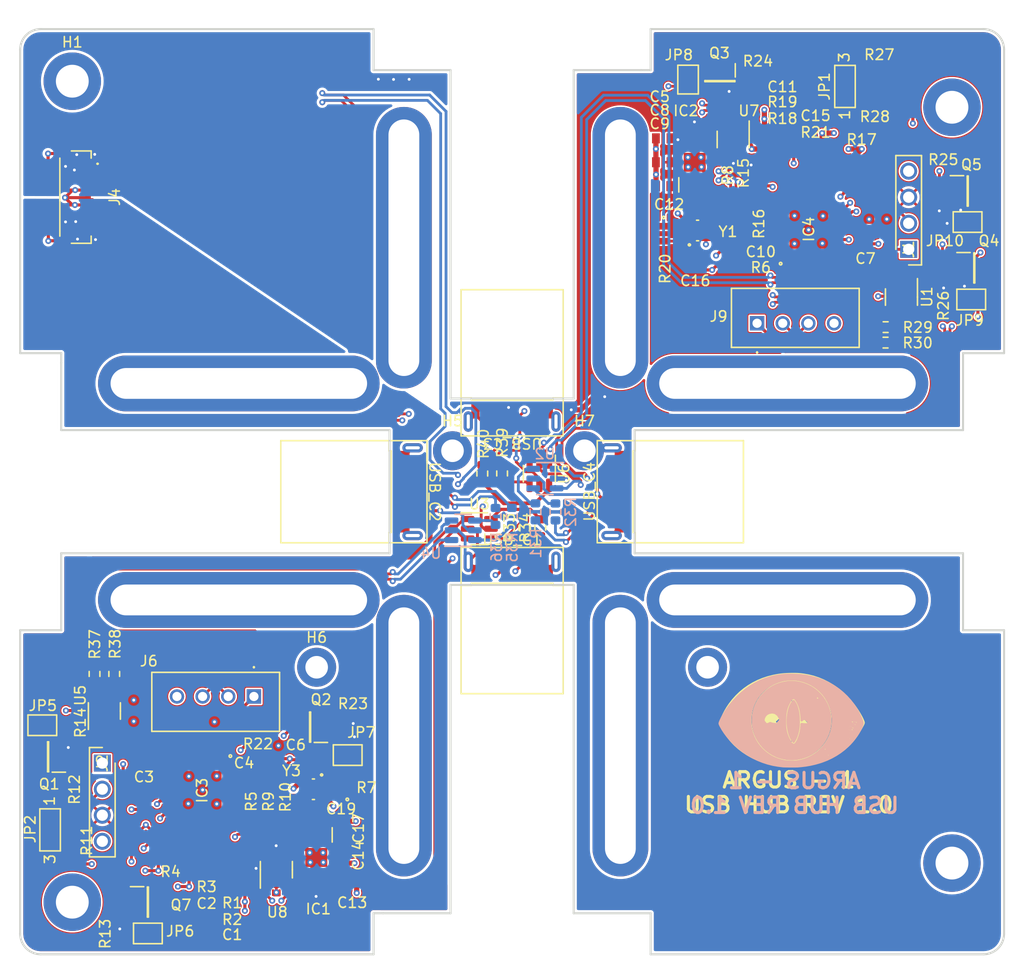
<source format=kicad_pcb>
(kicad_pcb (version 20221018) (generator pcbnew)
  (layers (0 "F.Cu" signal) (1 "In1.Cu" signal) (2 "In2.Cu" signal) (31 "B.Cu" signal) (34 "B.Paste" user) (35 "F.Paste" user) (36 "B.SilkS" user "B.Silkscreen") (37 "F.SilkS" user "F.Silkscreen") (38 "B.Mask" user) (39 "F.Mask" user) (44 "Edge.Cuts" user))
  (net 0 "")
  (net 1 "GND")
  (net 5 "Net-(JP8-A)")
  (net 23 "Net-(JP6-A)")
  (net 24 "Net-(JP7-A)")
  (net 25 "Net-(JP9-A)")
  (net 26 "/hub_1/VBUS_DET")
  (net 27 "/hub_1/~{RESET}")
  (net 28 "Net-(IC3-CRFILT)")
  (net 29 "Net-(IC3-PLLFILT)")
  (net 30 "/hub_1/XTAL1")
  (net 31 "Net-(IC4-CRFILT)")
  (net 32 "Net-(IC4-PLLFILT)")
  (net 33 "/hub_2/VBUS_DET")
  (net 34 "/hub_2/XTAL2")
  (net 35 "/hub_2/~{RESET}")
  (net 36 "/hub_2/XTAL1")
  (net 37 "D_1_P")
  (net 38 "D_N_2")
  (net 39 "D_P_2")
  (net 44 "PORT1_N")
  (net 45 "PORT1_P")
  (net 46 "PORT2_N")
  (net 47 "PORT2_P")
  (net 48 "PORT3_N")
  (net 49 "PORT3_P")
  (net 52 "/hub_1/~{OCS1}")
  (net 53 "/hub_1/~{OCS2}")
  (net 54 "/hub_1/~{OCS3}")
  (net 57 "/hub_1/SDA")
  (net 58 "/hub_1/SCL{slash}CFG0")
  (net 59 "/hub_1/CFG1")
  (net 60 "Net-(IC3-SUSP_IND{slash}LOCAL_PWR{slash}NON_REM0)")
  (net 62 "Net-(IC3-RBIAS)")
  (net 63 "PORT4_N")
  (net 64 "PORT4_P")
  (net 65 "PORT5_N")
  (net 66 "PORT5_P")
  (net 67 "PORT6_N")
  (net 68 "PORT6_P")
  (net 71 "/hub_2/~{OCS1}")
  (net 72 "/hub_2/~{OCS2}")
  (net 73 "/hub_2/~{OCS3}")
  (net 76 "/hub_2/SDA")
  (net 77 "/hub_2/SCL{slash}CFG0")
  (net 78 "/hub_2/CFG1")
  (net 79 "Net-(IC4-SUSP_IND{slash}LOCAL_PWR{slash}NON_REM0)")
  (net 81 "Net-(IC4-RBIAS)")
  (net 82 "Net-(JP2-B)")
  (net 83 "Net-(JP2-A)")
  (net 84 "Net-(JP1-B)")
  (net 85 "Net-(JP1-A)")
  (net 86 "Net-(JP5-A)")
  (net 87 "5V2")
  (net 88 "3.3V2")
  (net 89 "5V1")
  (net 90 "3.3V1")
  (net 91 "PRTPWR1")
  (net 92 "PRTPWR2")
  (net 93 "PRTPWR3")
  (net 94 "PRTPWR4")
  (net 95 "PRTPWR5")
  (net 96 "PRTPWR6")
  (net 97 "Net-(JP10-A)")
  (net 98 "/Upstream/P1+")
  (net 99 "/Upstream/P1-")
  (net 100 "D_1_N")
  (net 101 "/hub_1/XTAL2")
  (net 102 "/Upstream/P2+")
  (net 103 "/Upstream/P2-")
  (net 104 "/hub_1/1-")
  (net 105 "/hub_1/1+")
  (net 106 "/hub_2/2-")
  (net 107 "/hub_2/2+")
  (net 108 "Net-(R29-Pad2)")
  (net 109 "Net-(R30-Pad2)")
  (net 110 "Net-(R31-Pad2)")
  (net 111 "Net-(R32-Pad2)")
  (net 112 "Net-(R33-Pad2)")
  (net 113 "Net-(R34-Pad2)")
  (net 114 "Net-(R35-Pad2)")
  (net 115 "Net-(R36-Pad2)")
  (net 116 "Net-(R37-Pad2)")
  (net 117 "Net-(R38-Pad2)")
  (net 118 "Net-(R39-Pad2)")
  (net 119 "Net-(R40-Pad2)")
  (net 120 "/Connectors/3+")
  (net 121 "/Connectors/3-")
  (net 122 "/Connectors/6+")
  (net 123 "/Connectors/6-")
  (net 124 "/Connectors/5-")
  (net 125 "/Connectors/5+")
  (net 126 "/Connectors/1-")
  (net 127 "/Connectors/1+")
  (net 128 "/Connectors/2-")
  (net 129 "/Connectors/2+")
  (net 130 "/Connectors/4-")
  (net 131 "/Connectors/4+")
  (footprint "Resistor_SMD:R_0603_1608Metric" (layer "F.Cu") (at 147.98 94.18 -90)
    (fp_text reference "R39")
    (fp_text value "22R")
  )
  (footprint "Resistor_SMD:R_0603_1608Metric" (layer "F.Cu") (at 150.14 99.49 90)
    (fp_text reference "R33")
    (fp_text value "22R")
  )
  (footprint "Jumper:SolderJumper-2_P1.3mm_Open_Pad1.0x1.5mm" (layer "F.Cu") (at 103.17 118.7196)
    (fp_text reference "JP5")
    (fp_text value "SolderJumper_2_Open" hide)
  )
  (footprint "MountingHole:MountingHole_USB" (layer "F.Cu") (at 122.321792 85.4074)
    (fp_text reference "He")
    (fp_text value "MountingHole_Pad")
  )
  (footprint "SamacSys_Parts:RESC1608X55N" (layer "F.Cu") (at 170.4848 73.9902)
    (fp_text reference "R6")
    (fp_text value "12K 0.1W" hide)
  )
  (footprint "MountingHole:MountingHole_3.2mm_M3_DIN965_Pad" (layer "F.Cu") (at 191.821792 132.1524)
    (fp_text reference "H3" hide)
    (fp_text value "MountingHole_Pad")
  )
  (footprint "MountingHole:MountingHole_2.2mm_M2_DIN965_Pad" (layer "F.Cu") (at 168.006792 113.068741)
    (fp_text reference "H8" hide)
    (fp_text value "MountingHole_Pad")
  )
  (footprint "SamacSys_Parts:B4BXHA" (layer "F.Cu") (at 123.792 115.9154 180)
    (fp_text reference "J6")
    (fp_text value "B4B-XH-A" hide)
  )
  (footprint "SamacSys_Parts:RESC1608X55N" (layer "F.Cu") (at 122.1752 132.9968 180)
    (fp_text reference "R2")
    (fp_text value "100K 0.1W" hide)
  )
  (footprint "SamacSys_Parts:CAPC1608X95N" (layer "F.Cu") (at 163.68 63.85)
    (fp_text reference "C8")
    (fp_text value "1uF 10V" hide)
  )
  (footprint "SamacSys_Parts:SOP65P490X110-9N" (layer "F.Cu") (at 129.8714 131.6042 -90)
    (fp_text reference "IC1")
    (fp_text value "TLV76733DGNR" hide)
  )
  (footprint "SamacSys_Parts:ERJP03_PA3__0603_" (layer "F.Cu") (at 163.7284 70.814 -90)
    (fp_text reference "R20")
    (fp_text value "1Mohm 250 mW 5% " hide)
  )
  (footprint "SamacSys_Parts:CAPC1608X90N" (layer "F.Cu") (at 129.592 127.4894)
    (fp_text reference "C19")
    (fp_text value "50V 18pF 5% " hide)
  )
  (footprint "SamacSys_Parts:SOT95P237X112-3N" (layer "F.Cu") (at 129.2692 118.8974 180)
    (fp_text reference "Q2")
    (fp_text value "IRLML2244TRPBF" hide)
  )
  (footprint "SamacSys_Parts:SOT95P237X112-3N" (layer "F.Cu") (at 113.4584 135.95)
    (fp_text reference "Q7")
    (fp_text value "IRLML2244TRPBF" hide)
  )
  (footprint "SamacSys_Parts:CAPC1608X87N" (layer "F.Cu") (at 163.68 66.18)
    (fp_text reference "C9")
    (fp_text value "0.1uF 10V" hide)
  )
  (footprint "Jumper:SolderJumper-2_P1.3mm_Open_Pad1.0x1.5mm" (layer "F.Cu") (at 166.1048 55.7952 90)
    (fp_text reference "JP8")
    (fp_text value "SolderJumper_2_Open" hide)
  )
  (footprint "SamacSys_Parts:RESC1608X55N" (layer "F.Cu") (at 106.4768 121.793 -90)
    (fp_text reference "R14")
    (fp_text value "100K 0.1W" hide)
  )
  (footprint "SamacSys_Parts:RESC1608X55N" (layer "F.Cu") (at 174.25 64.1756 180)
    (fp_text reference "R18")
    (fp_text value "100K 0.1W" hide)
  )
  (footprint "SamacSys_Parts:RESC1608X55N" (layer "F.Cu") (at 171.35 67.8 -90)
    (fp_text reference "R15")
    (fp_text value "22 ohm, 1%, 0.1W" hide)
  )
  (footprint "SamacSys_Parts:ERJP03_PA3__0603_" (layer "F.Cu") (at 132.894 124.6458 90)
    (fp_text reference "R7")
    (fp_text value "1Mohm 250 mW 5% " hide)
  )
  (footprint "SamacSys_Parts:RESC1608X55N" (layer "F.Cu") (at 178.5112 64.0588)
    (fp_text reference "R21")
    (fp_text value "100K 0.1W" hide)
  )
  (footprint "MountingHole:MountingHole_USB" (layer "F.Cu") (at 122.321792 106.5074)
    (fp_text reference "H16" hide)
    (fp_text value "MountingHole_Pad")
  )
  (footprint "MountingHole:MountingHole_3.2mm_M3_DIN965_Pad" (layer "F.Cu") (at 106.091792 55.9524)
    (fp_text reference "H1")
    (fp_text value "MountingHole_Pad")
  )
  (footprint "MountingHole:MountingHole_2.2mm_M2_DIN965_Pad" (layer "F.Cu") (at 156.006262 91.968741)
    (fp_text reference "H7")
    (fp_text value "MountingHole_Pad")
  )
  (footprint "Connector_USB:PLUG-USBC-121SMT-4BS2S" (layer "F.Cu") (at 158.50108 95.957388 90)
    (fp_text reference "USB_C4")
    (fp_text value "~")
  )
  (footprint "Package_TO_SOT_SMD:SOT-23-6" (layer "F.Cu") (at 151.61 94.2 -90)
    (fp_text reference "U6")
    (fp_text value "USBLC6-2SC6")
  )
  (footprint "SamacSys_Parts:CAPC1608X87N" (layer "F.Cu") (at 183.515 71.1 90)
    (fp_text reference "C7")
    (fp_text value "0.1uF 10V" hide)
  )
  (footprint "MountingHole:MountingHole_USB" (layer "F.Cu") (at 138.406886 72.181008 90)
    (fp_text reference "H13" hide)
    (fp_text value "MountingHole_Pad")
  )
  (footprint "Resistor_SMD:R_0603_1608Metric" (layer "F.Cu") (at 185.35 81.43)
    (fp_text reference "R30")
    (fp_text value "22R")
  )
  (footprint "Package_TO_SOT_SMD:SOT-23-6" (layer "F.Cu") (at 109.22 117.33 90)
    (fp_text reference "U5")
    (fp_text value "USBLC6-2SC6")
  )
  (footprint "Jumper:SolderJumper-3_P1.3mm_Open_Pad1.0x1.5mm_NumberLabels" (layer "F.Cu") (at 181.3984 56.463 90)
    (fp_text reference "JP1")
    (fp_text value "SolderJumper_3_Open")
  )
  (footprint "SamacSys_Parts:ABM10W240000MHZ8K1ZT3" (layer "F.Cu") (at 167.0304 70.739)
    (fp_text reference "Y1")
    (fp_text value "24MHZ" hide)
  )
  (footprint "Package_TO_SOT_SMD:SOT-23-6" (layer "F.Cu") (at 170.5 61.63 -90)
    (fp_text reference "U7")
    (fp_text value "USBLC6-2SC6")
  )
  (footprint "Jumper:SolderJumper-2_P1.3mm_Open_Pad1.0x1.5mm" (layer "F.Cu") (at 113.4584 139.0082 180)
    (fp_text reference "JP6")
    (fp_text value "SolderJumper_2_Open" hide)
  )
  (footprint "SamacSys_Parts:CAPC1608X90N" (layer "F.Cu") (at 167.0304 73.3806)
    (fp_text reference "C16")
    (fp_text value "50V 18pF 5% " hide)
  )
  (footprint "SamacSys_Parts:ABM10W240000MHZ8K1ZT3" (layer "F.Cu") (at 129.592 124.7208 180)
    (fp_text reference "Y3")
    (fp_text value "24MHZ" hide)
  )
  (footprint "SamacSys_Parts:RESC1608X55N" (layer "F.Cu") (at 174.25 62.55)
    (fp_text reference "R19")
    (fp_text value "100K 0.1W" hide)
  )
  (footprint "SamacSys_Parts:RESC1608X55N" (layer "F.Cu") (at 185.31 54.9898 180)
    (fp_text reference "R27")
    (fp_text value "2.2 Kohm, 1%, 0.1W" hide)
  )
  (footprint "MountingHole:MountingHole_3.2mm_M3_DIN965_Pad" (layer "F.Cu") (at 191.821792 58.4924)
    (fp_text reference "H2" hide)
    (fp_text value "MountingHole_Pad")
  )
  (footprint "SamacSys_Parts:QFN50P600X600X100-37N-D" (layer "F.Cu") (at 177.8762 70.3834 90)
    (fp_text reference "IC4")
    (fp_text value "USB2513B_M2" hide)
  )
  (footprint "SamacSys_Parts:RESC1608X55N" (layer "F.Cu") (at 126.8 128.6 90)
    (fp_text reference "R10")
    (fp_text value "22 ohm, 1%, 0.1W" hide)
  )
  (footprint "MountingHole:MountingHole_USB" (layer "F.Cu") (at 159.506666 72.181008 -90)
    (fp_text reference "H9" hide)
    (fp_text value "MountingHole_Pad")
  )
  (footprint "SamacSys_Parts:RESC1608X55N" (layer "F.Cu") (at 191.0076 74.2262 90)
    (fp_text reference "R26")
    (fp_text value "100K 0.1W" hide)
  )
  (footprint "MountingHole:MountingHole_USB" (layer "F.Cu") (at 175.79196 85.4074)
    (fp_text reference "e")
    (fp_text value "MountingHole_Pad")
  )
  (footprint "SamacSys_Parts:RESC1608X55N" (layer "F.Cu") (at 118.1112 131.401 180)
    (fp_text reference "R3")
    (fp_text value "100K 0.1W" hide)
  )
  (footprint "SamacSys_Parts:SOT95P237X112-3N" (layer "F.Cu") (at 103.7336 121.793 180)
    (fp_text reference "Q1")
    (fp_text value "IRLML2244TRPBF" hide)
  )
  (footprint "SamacSys_Parts:SOT95P237X112-3N" (layer "F.Cu") (at 194 74.15)
    (fp_text reference "Q4")
    (fp_text value "IRLML2244TRPBF" hide)
  )
  (footprint "Resistor_SMD:R_0603_1608Metric" (layer "F.Cu") (at 146.05 94.19 -90)
    (fp_text reference "R40")
    (fp_text value "22R")
  )
  (footprint "SamacSys_Parts:RESC1608X55N" (layer "F.Cu") (at 171.7548 56.1952 90)
    (fp_text reference "R24")
    (fp_text value "100K 0.1W" hide)
  )
  (footprint "Package_TO_SOT_SMD:SOT-23-6" (layer "F.Cu") (at 145.76 99.57)
    (fp_text reference "U3")
    (fp_text value "USBLC6-2SC6")
  )
  (footprint "SamacSys_Parts:QFN50P600X600X100-37N-D" (layer "F.Cu") (at 118.7462 125.0764 -90)
    (fp_text reference "IC3")
    (fp_text value "USB2513B_M2" hide)
  )
  (footprint "SamacSys_Parts:CAPC1608X95N" (layer "F.Cu") (at 132.39 131.42 90)
    (fp_text reference "C14")
    (fp_text value "1uF 10V" hide)
  )
  (footprint "Jumper:SolderJumper-3_P1.3mm_Open_Pad1.0x1.5mm_NumberLabels" (layer "F.Cu") (at 103.9302 128.916 -90)
    (fp_text reference "JP2")
    (fp_text value "SolderJumper_3_Open")
  )
  (footprint "SamacSys_Parts:CAPC1608X87N" (layer "F.Cu") (at 132.41 128.76 -90)
    (fp_text reference "C17")
    (fp_text value "0.1uF 10V" hide)
  )
  (footprint "Resistor_SMD:R_0603_1608Metric" (layer "F.Cu") (at 185.36 79.92)
    (fp_text reference "R29")
    (fp_text value "22R")
  )
  (footprint "SamacSys_Parts:SOP65P490X110-9N" (layer "F.Cu") (at 166.751 63.8556 90)
    (fp_text reference "IC2")
    (fp_text value "TLV76733DGNR" hide)
  )
  (footprint "Resistor_SMD:R_0603_1608Metric" (layer "F.Cu") (at 151.7 99.47 90)
    (fp_text reference "R34")
    (fp_text value "22R")
  )
  (footprint "SamacSys_Parts:RESC1608X55N" (layer "F.Cu") (at 185.31 57.86 180)
    (fp_text reference "R28")
    (fp_text value "2.2 Kohm, 1%, 0.1W" hide)
  )
  (footprint "MountingHole:MountingHole_USB" (layer "F.Cu") (at 159.506666 119.732348 90)
    (fp_text reference "H10" hide)
    (fp_text value "MountingHole_Pad")
  )
  (footprint "MountingHole:MountingHole_2.2mm_M2_DIN965_Pad" (layer "F.Cu") (at 143.146262 91.968741)
    (fp_text reference "H5")
    (fp_text value "MountingHole_Pad")
  )
  (footprint "SamacSys_Parts:RESC1608X55N" (layer "F.Cu") (at 123.4472 128.6 90)
    (fp_text reference "R5")
    (fp_text value "100K 0.1W" hide)
  )
  (footprint "Connector_USB:PLUG-USBC-121SMT-4BS2S" (layer "F.Cu") (at 148.956792 102.6414)
    (fp_text reference "USB_C1")
    (fp_text value "~")
  )
  (footprint "SamacSys_Parts:RESC1608X55N" (layer "F.Cu") (at 125.3 122.026 180)
    (fp_text reference "R22")
    (fp_text value "12K 0.1W" hide)
  )
  (footprint "SamacSys_Parts:RESC1608X55N" (layer "F.Cu") (at 169.6736 67.8 -90)
    (fp_text reference "R8")
    (fp_text value "22 ohm, 1%, 0.1W" hide)
  )
  (footprint "SamacSys_Parts:CAPC1608X87N" (layer "F.Cu") (at 174.25 61.0768)
    (fp_text reference "C11")
    (fp_text value "0.1uF 10V" hide)
  )
  (footprint "SamacSys_Parts:HDRV4W63P0X254_1X4_1016X250X950P" (layer "F.Cu") (at 109.018 122.4094 -90)
    (fp_text reference "J2")
    (fp_text value "826629-4" hide)
  )
  (footprint "SamacSys_Parts:CAPC1608X87N" (layer "F.Cu") (at 125.3 123.55 180)
    (fp_text reference "C4")
    (fp_text value "0.1uF 10V" hide)
  )
  (footprint "SamacSys_Parts:B4BXHA" (layer "F.Cu") (at 172.8304 79.5444)
    (fp_text reference "J9")
    (fp_text value "B4B-XH-A" hide)
  )
  (footprint "Jumper:SolderJumper-2_P1.3mm_Open_Pad1.0x1.5mm" (layer "F.Cu") (at 193.7 77.2234 180)
    (fp_text reference "JP9")
    (fp_text value "SolderJumper_2_Open" hide)
  )
  (footprint "SamacSys_Parts:CAPC1608X87N" (layer "F.Cu") (at 118.1112 133.0252)
    (fp_text reference "C2")
    (fp_text value "0.1uF 10V" hide)
  )
  (footprint "SamacSys_Parts:CAPC1608X87N" (layer "F.Cu") (at 122.1752 134.47 180)
    (fp_text reference "C1")
    (fp_text value "0.1uF 10V" hide)
  )
  (footprint "SamacSys_Parts:RESC1608X55N" (layer "F.Cu") (at 173.05 66.9 -90)
    (fp_text reference "R16")
    (fp_text value "100K 0.1W" hide)
  )
  (footprint "SamacSys_Parts:RESC1608X55N" (layer "F.Cu") (at 110.6916 135.95 90)
    (fp_text reference "R13")
    (fp_text value "100K 0.1W" hide)
  )
  (footprint "MountingHole:MountingHole_2.2mm_M2_DIN965_Pad" (layer "F.Cu") (at 129.906792 113.068741)
    (fp_text reference "H6")
    (fp_text value "MountingHole_Pad")
  )
  (footprint "MountingHole:MountingHole_3.2mm_M3_DIN965_Pad" (layer "F.Cu") (at 106.091792 135.9624)
    (fp_text reference "H4" hide)
    (fp_text value "MountingHole_Pad")
  )
  (footprint "SamacSys_Parts:HDRV4W63P0X254_1X4_1016X250X950P" (layer "F.Cu") (at 187.6044 72.3392 90)
    (fp_text reference "J1")
    (fp_text value "826629-4" hide)
  )
  (footprint "SamacSys_Parts:CAPC1608X87N" (layer "F.Cu") (at 113.1074 125.7622 90)
    (fp_text reference "C3")
    (fp_text value "0.1uF 10V" hide)
  )
  (footprint "Symbol:Argus LOGO" (layer "F.Cu") (at 176.0474 118.1354)
    (fp_text reference "G***" hide)
    (fp_text value "LOGO" hide)
  )
  (footprint "Connector_USB:PLUG-USBC-121SMT-4BS2S" (layer "F.Cu") (at 148.956792 89.27084 180)
    (fp_text reference "USB_C3")
    (fp_text value "~")
  )
  (footprint "SamacSys_Parts:F3311A7H121014E200" (layer "F.Cu") (at 106.405 67.25 -90)
    (fp_text reference "J4")
    (fp_text value "F3311A7H121014E200" hide)
  )
  (footprint "MountingHole:MountingHole_USB" (layer "F.Cu") (at 175.79196 106.5074)
    (fp_text reference "H14")
    (fp_text value "MountingHole_Pad")
  )
  (footprint "SamacSys_Parts:RESC1608X55N" (layer "F.Cu") (at 132.241 118.8974 -90)
    (fp_text reference "R23")
    (fp_text value "100K 0.1W" hide)
  )
  (footprint "Jumper:SolderJumper-2_P1.3mm_Open_Pad1.0x1.5mm" (layer "F.Cu") (at 132.93 121.63)
    (fp_text reference "JP7")
    (fp_text value "SolderJumper_2_Open" hide)
  )
  (footprint "SamacSys_Parts:RESC1608X55N" (layer "F.Cu") (at 125.1236 128.6 90)
    (fp_text reference "R9")
    (fp_text value "22 ohm, 1%, 0.1W" hide)
  )
  (footprint "SamacSys_Parts:RESC1608X55N" (layer "F.Cu") (at 114.9108 131.401)
    (fp_text reference "R4")
    (fp_text value "100K 0.1W" hide)
  )
  (footprint "Resistor_SMD:R_0603_1608Metric" (layer "F.Cu") (at 108.26 113.72 -90)
    (fp_text reference "R37")
    (fp_text value "22R")
  )
  (footprint "Connector_USB:PLUG-USBC-121SMT-4BS2S" (layer "F.Cu") (at 139.41044 95.957388 -90)
    (fp_text reference "USB_C2")
    (fp_text value "~")
  )
  (footprint "SamacSys_Parts:CAPC1608X87N" (layer "F.Cu") (at 170.4848 72.4662)
    (fp_text reference "C10")
    (fp_text value "0.1uF 10V" hide)
  )
  (footprint "Package_TO_SOT_SMD:SOT-23-6" (layer "F.Cu") (at 186.9 76.99 -90)
    (fp_text reference "U1")
    (fp_text value "USBLC6-2SC6")
  )
  (footprint "SamacSys_Parts:CAPC1608X90N" (layer "F.Cu") (at 167.0304 67.9704 180)
    (fp_text reference "C12")
    (fp_text value "50V 18pF 5% " hide)
  )
  (footprint "SamacSys_Parts:RESC1608X55N" (layer "F.Cu") (at 122.1752 131.3712)
    (fp_text reference "R1")
    (fp_text value "100K 0.1W" hide)
  )
  (footprint "SamacSys_Parts:SOT95P237X112-3N" (layer "F.Cu") (at 193.3575 66.6575)
    (fp_text reference "Q5")
    (fp_text value "IRLML2244TRPBF" hide)
  )
  (footprint "SamacSys_Parts:CAPC1608X95N" (layer "F.Cu") (at 133.1226 133.9342 180)
    (fp_text reference "C13")
    (fp_text value "1uF 10V" hide)
  )
  (footprint "SamacSys_Parts:SOT95P237X112-3N" (layer "F.Cu") (at 169.2048 55.9452 -90)
    (fp_text reference "Q3")
    (fp_text value "IRLML2244TRPBF" hide)
  )
  (footprint "SamacSys_Parts:RESC1608X55N" (layer "F.Cu") (at 105.9902 128.266 90)
    (fp_text reference "R12")
    (fp_text value "2.2 Kohm, 1%, 0.1W" hide)
  )
  (footprint "Jumper:SolderJumper-2_P1.3mm_Open_Pad1.0x1.5mm" (layer "F.Cu") (at 193.3425 69.6801 180)
    (fp_text reference "JP10")
    (fp_text value "SolderJumper_2_Open" hide)
  )
  (footprint "Package_TO_SOT_SMD:SOT-23-6" (layer "F.Cu") (at 125.98 132.7975 90)
    (fp_text reference "U8")
    (fp_text value "USBLC6-2SC6")
  )
  (footprint "SamacSys_Parts:CAPC1608X87N" (layer "F.Cu") (at 178.5112 62.4346 180)
    (fp_text reference "C15")
    (fp_text value "0.1uF 10V" hide)
  )
  (footprint "SamacSys_Parts:RESC1608X55N" (layer "F.Cu") (at 190.6247 66.6829 90)
    (fp_text reference "R25")
    (fp_text value "100K 0.1W" hide)
  )
  (footprint "SamacSys_Parts:CAPC1608X90N" (layer "F.Cu") (at 129.592 122.0792)
    (fp_text reference "C6")
    (fp_text value "50V 18pF 5% " hide)
  )
  (footprint "SamacSys_Parts:CAPC1608X95N" (layer "F.Cu") (at 163.68 61.52)
    (fp_text reference "C5")
    (fp_text value "1uF 10V" hide)
  )
  (footprint "MountingHole:MountingHole_USB" (layer "F.Cu") (at 138.406886 119.732348 90)
    (fp_text reference "H11" hide)
    (fp_text value "MountingHole_Pad")
  )
  (footprint "SamacSys_Parts:RESC1608X55N" (layer "F.Cu") (at 181.7116 64.0842 180)
    (fp_text reference "R17")
    (fp_text value "100K 0.1W" hide)
  )
  (footprint "Resistor_SMD:R_0603_1608Metric" (layer "F.Cu") (at 110.18 113.72 -90)
    (fp_text reference "R38")
    (fp_text value "22R")
  )
  (footprint "SamacSys_Parts:RESC1608X55N" (layer "F.Cu") (at 105.99 131.23 90)
    (fp_text reference "R11")
    (fp_text value "2.2 Kohm, 1%, 0.1W" hide)
  )
  (footprint "Resistor_SMD:R_0603_1608Metric" (layer "B.Cu") (at 153.18 97.93 90)
    (fp_text reference "R32")
    (fp_text value "22R")
  )
  (footprint "Resistor_SMD:R_0603_1608Metric" (layer "B.Cu") (at 148.93 98.36 -90)
    (fp_text reference "R35")
    (fp_text value "22R")
  )
  (footprint "Package_TO_SOT_SMD:SOT-23-6" (layer "B.Cu") (at 144.19 99.72)
    (fp_text reference "U4")
    (fp_text value "USBLC6-2SC6")
  )
  (footprint "Resistor_SMD:R_0603_1608Metric" (layer "B.Cu") (at 147.34 98.37 -90)
    (fp_text reference "R36")
    (fp_text value "22R")
  )
  (footprint "Package_TO_SOT_SMD:SOT-23-6" (layer "B.Cu") (at 152.15 94.68 180)
    (fp_text reference "U2")
    (fp_text value "USBLC6-2SC6")
  )
  (footprint "Resistor_SMD:R_0603_1608Metric" (layer "B.Cu") (at 151.23 97.92 90)
    (fp_text reference "R31")
    (fp_text value "22R")
  )
  (footprint "Symbol:Argus LOGO" (layer "B.Cu") (at 176.350908 118.204786 180)
    (fp_text reference "G***" hide)
    (fp_text value "LOGO" hide)
  )
  (gr_line locked (start 196.901792 139.0424) (end 196.901792 109.4574) (stroke (width 0.2)) (layer "Edge.Cuts"))
  (gr_line locked (start 160.901792 89.9574) (end 192.901792 89.9574) (stroke (width 0.2)) (layer "Edge.Cuts"))
  (gr_line locked (start 103.011792 141.0424) (end 135.456792 141.0424) (stroke (width 0.2)) (layer "Edge.Cuts"))
  (gr_line locked (start 142.956792 86.871008) (end 142.956792 54.8724) (stroke (width 0.2)) (layer "Edge.Cuts"))
  (gr_line locked (start 196.901792 109.4574) (end 192.899275 109.4574) (stroke (width 0.2)) (layer "Edge.Cuts"))
  (gr_line locked (start 192.899275 109.4574) (end 192.901792 108.5274) (stroke (width 0.2)) (layer "Edge.Cuts"))
  (gr_line locked (start 161.526792 54.8724) (end 154.956792 54.8724) (stroke (width 0.2)) (layer "Edge.Cuts"))
  (gr_line locked (start 137.011792 101.9574) (end 105.011792 101.9574) (stroke (width 0.2)) (layer "Edge.Cuts"))
  (gr_line locked (start 192.901792 108.5274) (end 192.901792 101.9574) (stroke (width 0.2)) (layer "Edge.Cuts"))
  (gr_arc locked (start 194.901792 50.8724) (mid 196.316006 51.458186) (end 196.901792 52.8724) (stroke (width 0.2)) (layer "Edge.Cuts"))
  (gr_line locked (start 192.901792 82.4574) (end 196.901792 82.4574) (stroke (width 0.2)) (layer "Edge.Cuts"))
  (gr_line locked (start 154.956792 105.0424) (end 154.956792 137.0424) (stroke (width 0.2)) (layer "Edge.Cuts"))
  (gr_line locked (start 160.901792 101.9574) (end 160.901792 89.9574) (stroke (width 0.2)) (layer "Edge.Cuts"))
  (gr_line locked (start 101.011792 82.4574) (end 105.01431 82.4574) (stroke (width 0.2)) (layer "Edge.Cuts"))
  (gr_line locked (start 162.456792 137.0424) (end 162.456792 141.0424) (stroke (width 0.2)) (layer "Edge.Cuts"))
  (gr_line locked (start 105.011792 101.9574) (end 105.011792 109.4574) (stroke (width 0.2)) (layer "Edge.Cuts"))
  (gr_line locked (start 142.956792 137.0424) (end 142.956792 105.0424) (stroke (width 0.2)) (layer "Edge.Cuts"))
  (gr_line locked (start 105.01431 82.4574) (end 105.011792 83.3874) (stroke (width 0.2)) (layer "Edge.Cuts"))
  (gr_arc locked (start 103.011792 141.0424) (mid 101.597578 140.456614) (end 101.011792 139.0424) (stroke (width 0.2)) (layer "Edge.Cuts"))
  (gr_line locked (start 135.456792 141.0424) (end 135.456792 137.039883) (stroke (width 0.2)) (layer "Edge.Cuts"))
  (gr_line locked (start 162.456792 50.8724) (end 162.456792 54.874918) (stroke (width 0.2)) (layer "Edge.Cuts"))
  (gr_line locked (start 192.901792 101.9574) (end 160.901792 101.9574) (stroke (width 0.2)) (layer "Edge.Cuts"))
  (gr_line locked (start 196.901792 82.4574) (end 196.901792 52.8724) (stroke (width 0.2)) (layer "Edge.Cuts"))
  (gr_line locked (start 105.011792 83.3874) (end 105.011792 89.9574) (stroke (width 0.2)) (layer "Edge.Cuts"))
  (gr_line locked (start 136.386792 137.0424) (end 142.956792 137.0424) (stroke (width 0.2)) (layer "Edge.Cuts"))
  (gr_line locked (start 194.901792 50.8724) (end 162.456792 50.8724) (stroke (width 0.2)) (layer "Edge.Cuts"))
  (gr_line locked (start 135.456792 50.8724) (end 103.011792 50.8724) (stroke (width 0.2)) (layer "Edge.Cuts"))
  (gr_line locked (start 101.011792 109.4574) (end 101.011792 139.0424) (stroke (width 0.2)) (layer "Edge.Cuts"))
  (gr_line locked (start 154.956792 54.8724) (end 154.956792 86.871008) (stroke (width 0.2)) (layer "Edge.Cuts"))
  (gr_line locked (start 105.011792 109.4574) (end 101.011792 109.4574) (stroke (width 0.2)) (layer "Edge.Cuts"))
  (gr_line locked (start 162.456792 141.0424) (end 194.901792 141.0424) (stroke (width 0.2)) (layer "Edge.Cuts"))
  (gr_arc locked (start 101.011792 52.8724) (mid 101.597579 51.458187) (end 103.011792 50.8724) (stroke (width 0.2)) (layer "Edge.Cuts"))
  (gr_line locked (start 142.956792 105.0424) (end 154.956792 105.0424) (stroke (width 0.2)) (layer "Edge.Cuts"))
  (gr_line locked (start 192.901792 89.9574) (end 192.901792 82.4574) (stroke (width 0.2)) (layer "Edge.Cuts"))
  (gr_line locked (start 154.956792 86.871008) (end 142.956792 86.871008) (stroke (width 0.2)) (layer "Edge.Cuts"))
  (gr_line locked (start 162.456792 54.874918) (end 161.526792 54.8724) (stroke (width 0.2)) (layer "Edge.Cuts"))
  (gr_line locked (start 135.456792 54.8724) (end 135.456792 50.8724) (stroke (width 0.2)) (layer "Edge.Cuts"))
  (gr_line locked (start 105.011792 89.9574) (end 137.011792 89.9574) (stroke (width 0.2)) (layer "Edge.Cuts"))
  (gr_line locked (start 101.011792 52.8724) (end 101.011792 82.4574) (stroke (width 0.2)) (layer "Edge.Cuts"))
  (gr_arc locked (start 196.901792 139.0424) (mid 196.316006 140.456614) (end 194.901792 141.0424) (stroke (width 0.2)) (layer "Edge.Cuts"))
  (gr_line locked (start 142.956792 54.8724) (end 135.456792 54.8724) (stroke (width 0.2)) (layer "Edge.Cuts"))
  (gr_line locked (start 135.456792 137.039883) (end 136.386792 137.0424) (stroke (width 0.2)) (layer "Edge.Cuts"))
  (gr_line locked (start 137.011792 89.9574) (end 137.011792 101.9574) (stroke (width 0.2)) (layer "Edge.Cuts"))
  (gr_line locked (start 154.956792 137.0424) (end 162.456792 137.0424) (stroke (width 0.2)) (layer "Edge.Cuts"))
  (gr_text locked "ARGUS - 1\nUSB HUB REV 1.0" (at 176.477908 127.424986) (layer "B.SilkS") (effects (font (size 1.5 1.5) (thickness 0.3) bold) (justify bottom mirror)))
  (gr_text locked "ARGUS - 1\nUSB HUB REV 1.0" (at 175.9204 127.3556) (layer "F.SilkS") (effects (font (size 1.5 1.5) (thickness 0.3) bold) (justify bottom)))
  (segment locked (start 139.03544 93.207388) (end 138.21044 92.382388) (width 0.3048) (layer "F.Cu") (net 1))
  (segment locked (start 138.56044 92.382388) (end 139.26044 91.682388) (width 0.3048) (layer "F.Cu") (net 1))
  (segment locked (start 115.9462 123.5764) (end 117.328 123.5764) (width 0.2794) (layer "F.Cu") (net 1))
  (segment locked (start 107.249 68) (end 107.2366 68.0124) (width 0.3048) (layer "F.Cu") (net 1))
  (segment locked (start 133.6 132.16) (end 132.2606 132.16) (width 0.508) (layer "F.Cu") (net 1))
  (segment locked (start 122.9106 136.8) (end 122.9106 135.911) (width 0.3048) (layer "F.Cu") (net 1))
  (segment locked (start 144.6225 99.57) (end 145.284999 99.57) (width 0.2794) (layer "F.Cu") (net 1))
  (segment locked (start 151.706792 103.0164) (end 152.531792 103.8414) (width 0.3048) (layer "F.Cu") (net 1))
  (segment locked (start 145.381792 103.4914) (end 144.681792 102.7914) (width 0.3048) (layer "F.Cu") (net 1))
  (segment locked (start 128.8964 129.4042) (end 128.8964 130.8014) (width 0.4064) (layer "F.Cu") (net 1))
  (segment locked (start 151.706792 102.6414) (end 151.706792 103.0164) (width 0.3048) (layer "F.Cu") (net 1))
  (segment locked (start 116.3828 134.4422) (end 117.475 134.4422) (width 0.3048) (layer "F.Cu") (net 1))
  (segment locked (start 167.076 63.0884) (end 167.3606 63.373) (width 0.3048) (layer "F.Cu") (net 1))
  (segment locked (start 167.7304 66.06) (end 167.726 66.0556) (width 0.3048) (layer "F.Cu") (net 1))
  (segment locked (start 107.4488 67.3012) (end 107.75 67) (width 0.3048) (layer "F.Cu") (net 1))
  (segment locked (start 122.9106 135.911) (end 122.9106 134.5054) (width 0.3048) (layer "F.Cu") (net 1))
  (segment locked (start 159.7 94.763268) (end 159.7 93.8) (width 0.3048) (layer "F.Cu") (net 1))
  (segment locked (start 139.41044 98.707388) (end 138.65564 98.707388) (width 0.3048) (layer "F.Cu") (net 1))
  (segment locked (start 103.7314 65.0914) (end 105.2046 66.5646) (width 0.3048) (layer "F.Cu") (net 1))
  (segment locked (start 173.05 66.15) (end 174.2482 66.15) (width 0.3048) (layer "F.Cu") (net 1))
  (segment locked (start 145.284999 99.57) (end 145.5771 99.862101) (width 0.2794) (layer "F.Cu") (net 1))
  (segment locked (start 139.41044 93.207388) (end 139.03544 93.207388) (width 0.3048) (layer "F.Cu") (net 1))
  (segment locked (start 128.186346 124.3578) (end 128.779 124.3578) (width 0.508) (layer "F.Cu") (net 1))
  (segment locked (start 105.3824 67.3012) (end 106.0936 68.0124) (width 0.3048) (layer "F.Cu") (net 1))
  (segment locked (start 128.8964 130.8014) (end 129.2352 131.1402) (width 0.4064) (layer "F.Cu") (net 1))
  (segment locked (start 103.7744 71.5) (end 103.7568 71.5176) (width 0.3048) (layer "F.Cu") (net 1))
  (segment locked (start 147.65 88.1) (end 148.206792 88.656792) (width 0.3048) (layer "F.Cu") (net 1))
  (segment locked (start 145.381792 103.8414) (end 145.381792 103.4914) (width 0.3048) (layer "F.Cu") (net 1))
  (segment locked (start 169.3164 72.4662) (end 168.8338 72.9488) (width 0.3048) (layer "F.Cu") (net 1))
  (segment locked (start 162.9802 63.8602) (end 162.97 63.85) (width 0.508) (layer "F.Cu") (net 1))
  (segment locked (start 181.737 62.5602) (end 183.0324 62.5602) (width 0.508) (layer "F.Cu") (net 1))
  (segment locked (start 109.22 117.805001) (end 109.22 118.4675) (width 0.3048) (layer "F.Cu") (net 1))
  (segment locked (start 167.8434 71.85) (end 167.8434 71.102) (width 0.3048) (layer "F.Cu") (net 1))
  (segment locked (start 179.1716 61.0108) (end 179.1716 62.395) (width 0.508) (layer "F.Cu") (net 1))
  (segment locked (start 173.4802 62.5698) (end 173.55 62.5) (width 0.508) (layer "F.Cu") (net 1))
  (segment locked (start 158.50108 98.707388) (end 158.87608 98.707388) (width 0.3048) (layer "F.Cu") (net 1))
  (segment locked (start 151.61 93.0625) (end 151.61 93.724999) (width 0.27178) (layer "F.Cu") (net 1))
  (segment locked (start 127.647073 124.897073) (end 128.186346 124.3578) (width 0.508) (layer "F.Cu") (net 1))
  (segment locked (start 159.00108 91.682388) (end 159.70108 92.382388) (width 0.3048) (layer "F.Cu") (net 1))
  (segment locked (start 149.706792 102.6414) (end 149.706792 103.273208) (width 0.2794) (layer "F.Cu") (net 1))
  (segment locked (start 107.75 68) (end 107.75 67.8346) (width 0.3048) (layer "F.Cu") (net 1))
  (segment locked (start 166.2174 69.902) (end 166.168 69.902) (width 0.3048) (layer "F.Cu") (net 1))
  (segment locked (start 167.726 64.8306) (end 167.4114 64.516) (width 0.3048) (layer "F.Cu") (net 1))
  (segment locked (start 173.55 59.6402) (end 173.5388 59.629) (width 0.508) (layer "F.Cu") (net 1))
  (segment locked (start 146.206792 103.0164) (end 145.381792 103.8414) (width 0.3048) (layer "F.Cu") (net 1))
  (segment locked (start 172.3028 62.2128) (end 172.3028 62.5698) (width 0.3048) (layer "F.Cu") (net 1))
  (segment locked (start 138.592612 96.707388) (end 139.41044 96.707388) (width 0.3048) (layer "F.Cu") (net 1))
  (segment locked (start 146.206792 102.6414) (end 146.206792 103.0164) (width 0.3048) (layer "F.Cu") (net 1))
  (segment locked (start 105.2046 66.5646) (end 106.373 66.5646) (width 0.3048) (layer "F.Cu") (net 1))
  (segment locked (start 103.7568 71.5176) (end 103.7568 69.1046) (width 0.3048) (layer "F.Cu") (net 1))
  (segment locked (start 186.504999 76.91) (end 184.63 76.91) (width 0.3048) (layer "F.Cu") (net 1))
  (segment locked (start 167.4114 64.3128) (end 167.2082 64.3128) (width 0.3048) (layer "F.Cu") (net 1))
  (segment locked (start 104.849 68.0124) (end 106.3476 68.0124) (width 0.3048) (layer "F.Cu") (net 1))
  (segment locked (start 128.892 127.4894) (end 128.892 129.3998) (width 0.4064) (layer "F.Cu") (net 1))
  (segment locked (start 169.7348 73.9902) (end 168.8084 73.9902) (width 0.3048) (layer "F.Cu") (net 1))
  (segment locked (start 114.4778 132.8928) (end 114.4778 131.718) (width 0.3048) (layer "F.Cu") (net 1))
  (segment locked (start 153.604133 94.22) (end 154.237294 94.853161) (width 0.27178) (layer "F.Cu") (net 1))
  (segment locked (start 105.3824 67.3012) (end 106.119 66.5646) (width 0.3048) (layer "F.Cu") (net 1))
  (segment locked (start 173.55 61.0768) (end 173.55 59.6402) (width 0.508) (layer "F.Cu") (net 1))
  (segment locked (start 145.5771 99.862101) (end 145.5771 101.896092) (width 0.2794) (layer "F.Cu") (net 1))
  (segment locked (start 107.75 66.5) (end 107.75 67) (width 0.3048) (layer "F.Cu") (net 1))
  (segment locked (start 103.7314 63.0086) (end 103.7314 65.0914) (width 0.3048) (layer "F.Cu") (net 1))
  (segment locked (start 122.8752 133.0468) (end 122.9252 132.9968) (width 0.3048) (layer "F.Cu") (net 1))
  (segment locked (start 111.8616 126.9238) (end 112.6458 126.9238) (width 0.3048) (layer "F.Cu") (net 1))
  (segment locked (start 158.65108 91.682388) (end 159.00108 91.682388) (width 0.3048) (layer "F.Cu") (net 1))
  (segment locked (start 166.168 69.902) (end 165.1 68.834) (width 0.3048) (layer "F.Cu") (net 1))
  (segment locked (start 158.50108 95.207388) (end 159.25588 95.207388) (width 0.3048) (layer "F.Cu") (net 1))
  (segment locked (start 159.7 93.8) (end 159.107388 93.207388) (width 0.3048) (layer "F.Cu") (net 1))
  (segment locked (start 139.03544 98.707388) (end 138.21044 99.532388) (width 0.3048) (layer "F.Cu") (net 1))
  (segment locked (start 159.25588 95.207388) (end 159.7 94.763268) (width 0.3048) (layer "F.Cu") (net 1))
  (segment locked (start 151.706792 88.89584) (end 152.531792 88.07084) (width 0.3048) (layer "F.Cu") (net 1))
  (segment locked (start 172.3226 62.55) (end 173.5 62.55) (width 0.508) (layer "F.Cu") (net 1))
  (segment locked (start 105.25 63) (end 103.74 63) (width 0.3048) (layer "F.Cu") (net 1))
  (segment locked (start 133.81 135.0682) (end 133.81 133.8118) (width 0.508) (layer "F.Cu") (net 1))
  (segment locked (start 180.6762 71.8834) (end 179.3254 71.8834) (width 0.27178) (layer "F.Cu") (net 1))
  (segment locked (start 173.5388 58.74) (end 173.5388 59.629) (width 0.508) (layer "F.Cu") (net 1))
  (segment locked (start 180.3146 61.0108) (end 179.1716 61.0108) (width 0.508) (layer "F.Cu") (net 1))
  (segment locked (start 138.65564 98.707388) (end 138.25 98.301748) (width 0.3048) (layer "F.Cu") (net 1))
  (segment locked (start 107.75 67.5) (end 107.75 67) (width 0.3048) (layer "F.Cu") (net 1))
  (segment locked (start 173.55 62.5) (end 173.55 61.0768) (width 0.508) (layer "F.Cu") (net 1))
  (segment locked (start 152.531792 103.4914) (end 153.231792 102.7914) (width 0.3048) (layer "F.Cu") (net 1))
  (segment locked (start 145.5771 101.896092) (end 144.681792 102.7914) (width 0.2794) (layer "F.Cu") (net 1))
  (segment locked (start 128.892 122.0792) (end 127.3878 122.0792) (width 0.3048) (layer "F.Cu") (net 1))
  (segment locked (start 112.6458 126.9238) (end 113.1074 126.4622) (width 0.3048) (layer "F.Cu") (net 1))
  (segment locked (start 151.706792 89.27084) (end 151.706792 88.89584) (width 0.3048) (layer "F.Cu") (net 1))
  (segment locked (start 107.6854 66.5646) (end 107.75 66.5) (width 0.3048) (layer "F.Cu") (net 1))
  (segment locked (start 106.0936 68.0124) (end 106.3476 68.0124) (width 0.3048) (layer "F.Cu") (net 1))
  (segment locked (start 127.3878 122.0792) (end 127.2846 121.976) (width 0.3048) (layer "F.Cu") (net 1))
  (segment locked (start 170.835001 61.49) (end 171.58 61.49) (width 0.3048) (layer "F.Cu") (net 1))
  (segment locked (start 146.206792 89.27084) (end 146.206792 88.56124) (width 0.3048) (layer "F.Cu") (net 1))
  (segment locked (start 126.1 121.976) (end 126.05 122.026) (width 0.3048) (layer "F.Cu") (net 1))
  (segment locked (start 166.3304 73.3806) (end 166.3304 73.7982) (width 0.3048) (layer "F.Cu") (net 1))
  (segment locked (start 146.668032 88.1) (end 147.65 88.1) (width 0.3048) (layer "F.Cu") (net 1))
  (segment locked (start 107.75 67.8346) (end 107.75 67.5) (width 0.3048) (layer "F.Cu") (net 1))
  (segment locked (start 129.5464 133.8042) (end 129.5464 132.3404) (width 0.508) (layer "F.Cu") (net 1))
  (segment locked (start 182.4616 63.131) (end 183.0324 62.5602) (width 0.508) (layer "F.Cu") (net 1))
  (segment locked (start 167.3606 63.373) (end 167.076 63.5306) (width 0.3048) (layer "F.Cu") (net 1))
  (segment locked (start 152.531792 103.8414) (end 152.531792 103.4914) (width 0.3048) (layer "F.Cu") (net 1))
  (segment locked (start 139.41044 98.707388) (end 139.03544 98.707388) (width 0.3048) (layer "F.Cu") (net 1))
  (segment locked (start 117.475 133.089) (end 117.4112 133.0252) (width 0.3048) (layer "F.Cu") (net 1))
  (segment locked (start 130.405 125.5578) (end 130.4854 125.5578) (width 0.508) (layer "F.Cu") (net 1))
  (segment locked (start 105.47 117.29) (end 108.704999 117.29) (width 0.3048) (layer "F.Cu") (net 1))
  (segment locked (start 167.2082 64.3128) (end 166.751 63.8556) (width 0.3048) (layer "F.Cu") (net 1))
  (segment locked (start 107.2366 68.0124) (end 107.5722 68.0124) (width 0.3048) (layer "F.Cu") (net 1))
  (segment locked (start 138.21044 92.382388) (end 138.56044 92.382388) (width 0.3048) (layer "F.Cu") (net 1))
  (segment locked (start 159.107388 93.207388) (end 158.50108 93.207388) (width 0.3048) (layer "F.Cu") (net 1))
  (segment locked (start 130.4854 125.5578) (end 131.5466 126.619) (width 0.508) (layer "F.Cu") (net 1))
  (segment locked (start 108.704999 117.29) (end 109.22 117.805001) (width 0.3048) (layer "F.Cu") (net 1))
  (segment locked (start 105.3824 67.3012) (end 107.4488 67.3012) (width 0.3048) (layer "F.Cu") (net 1))
  (segment locked (start 158.87608 93.207388) (end 159.70108 92.382388) (width 0.3048) (layer "F.Cu") (net 1))
  (segment locked (start 162.97 63.85) (end 162.97 62.5546) (width 0.508) (layer "F.Cu") (net 1))
  (segment locked (start 167.076 61.6556) (end 167.076 63.0884) (width 0.3048) (layer "F.Cu") (net 1))
  (segment locked (start 162.97 62.5546) (end 162.97 61.52) (width 0.508) (layer "F.Cu") (net 1))
  (segment locked (start 106.3476 68.0124) (end 107.2366 68.0124) (width 0.3048) (layer "F.Cu") (net 1))
  (segment locked (start 105.25 71.5) (end 103.7744 71.5) (width 0.3048) (layer "F.Cu") (net 1))
  (segment locked (start 183.515 71.8) (end 184.65 71.8) (width 0.3048) (layer "F.Cu") (net 1))
  (segment locked (start 186.9 76.514999) (end 186.504999 76.91) (width 0.3048) (layer "F.Cu") (net 1))
  (segment locked (start 162.9802 65.0444) (end 162.98 65.0446) (width 0.508) (layer "F.Cu") (net 1))
  (segment locked (start 123.4472 129.35) (end 122.2 129.35) (width 0.27178) (layer "F.Cu") (net 1))
  (segment locked (start 132.4005 128.07) (end 132.3887 128.0582) (width 0.508) (layer "F.Cu") (net 1))
  (segment locked (start 149.706792 103.273208) (end 149.27 103.71) (width 0.2794) (layer "F.Cu") (net 1))
  (segment locked (start 145.381792 88.42084) (end 144.681792 89.12084) (width 0.3048) (layer "F.Cu") (net 1))
  (segment locked (start 167.076 63.5306) (end 166.751 63.8556) (width 0.3048) (layer "F.Cu") (net 1))
  (segment locked (start 162.9802 65.0444) (end 162.9802 63.8602) (width 0.508) (layer "F.Cu") (net 1))
  (segment locked (start 151.61 93.724999) (end 152.105001 94.22) (width 0.27178) (layer "F.Cu") (net 1))
  (segment locked (start 186.9 75.8525) (end 186.9 76.514999) (width 0.3048) (layer "F.Cu") (net 1))
  (segment locked (start 107.75 68) (end 107.249 68) (width 0.3048) (layer "F.Cu") (net 1))
  (segment locked (start 174.2482 66.15) (end 174.3482 66.25) (width 0.3048) (layer "F.Cu") (net 1))
  (segment locked (start 122.2 129.35) (end 121.95 129.6) (width 0.27178) (layer "F.Cu") (net 1))
  (segment locked (start 122.8752 134.47) (end 122.8752 133.0468) (width 0.3048) (layer "F.Cu") (net 1))
  (segment locked (start 172.3028 62.5698) (end 173.4802 62.5698) (width 0.508) (layer "F.Cu") (net 1))
  (segment locked (start 167.4114 64.516) (end 167.4114 64.3128) (width 0.3048) (layer "F.Cu") (net 1))
  (segment locked (start 182.4616 64.0842) (end 182.4616 63.131) (width 0.508) (layer "F.Cu") (net 1))
  (segment locked (start 133.7195 128.07) (end 132.4005 128.07) (width 0.508) (layer "F.Cu") (net 1))
  (segment locked (start 138.25 98.301748) (end 138.25 97.05) (width 0.3048) (layer "F.Cu") (net 1))
  (segment locked (start 106.119 66.5646) (end 106.373 66.5646) (width 0.3048) (layer "F.Cu") (net 1))
  (segment locked (start 117.328 123.5764) (end 117.4496 123.698) (width 0.2794) (layer "F.Cu") (net 1))
  (segment locked (start 103.74 63) (end 103.7314 63.0086) (width 0.3048) (layer "F.Cu") (net 1))
  (segment locked (start 168.8084 73.9902) (end 168.4528 74.3458) (width 0.3048) (layer "F.Cu") (net 1))
  (segment locked (start 127.2846 121.976) (end 127.2846 122.2654) (width 0.3048) (layer "F.Cu") (net 1))
  (segment locked (start 106.373 66.5646) (end 107.6854 66.5646) (width 0.3048) (layer "F.Cu") (net 1))
  (segment locked (start 107.5722 68.0124) (end 107.75 67.8346) (width 0.3048) (layer "F.Cu") (net 1))
  (segment locked (start 128.892 129.3998) (end 128.8964 129.4042) (width 0.4064) (layer "F.Cu") (net 1))
  (segment locked (start 166.3304 73.7982) (end 166.878 74.3458) (width 0.3048) (layer "F.Cu") (net 1))
  (segment locked (start 170.5 60.4925) (end 170.5 61.154999) (width 0.3048) (layer "F.Cu") (net 1))
  (segment locked (start 117.475 134.4422) (end 117.475 133.089) (width 0.3048) (layer "F.Cu") (net 1))
  (segment locked (start 159.70108 99.532388) (end 159.35108 99.532388) (width 0.3048) (layer "F.Cu") (net 1))
  (segment locked (start 172.3028 62.5698) (end 172.3226 62.55) (width 0.508) (layer "F.Cu") (net 1))
  (segment locked (start 145.381792 88.07084) (end 145.381792 88.44584) (width 0.3048) (layer "F.Cu") (net 1))
  (segment locked (start 133.81 133.8118) (end 133.8032 133.805) (width 0.508) (layer "F.Cu") (net 1))
  (segment locked (start 122.9106 134.5054) (end 122.8752 134.47) (width 0.3048) (layer "F.Cu") (net 1))
  (segment locked (start 127.2846 122.2654) (end 126 123.55) (width 0.3048) (layer "F.Cu") (net 1))
  (segment locked (start 171.58 61.49) (end 172.3028 62.2128) (width 0.3048) (layer "F.Cu") (net 1))
  (segment locked (start 179.1716 62.395) (end 179.2112 62.4346) (width 0.508) (layer "F.Cu") (net 1))
  (segment locked (start 145.381792 88.07084) (end 145.381792 88.42084) (width 0.3048) (layer "F.Cu") (net 1))
  (segment locked (start 152.105001 94.22) (end 153.604133 94.22) (width 0.27178) (layer "F.Cu") (net 1))
  (segment locked (start 138.25 97.05) (end 138.592612 96.707388) (width 0.3048) (layer "F.Cu") (net 1))
  (segment locked (start 167.7304 67.9704) (end 167.7304 66.06) (width 0.3048) (layer "F.Cu") (net 1))
  (segment locked (start 170.5 61.154999) (end 170.835001 61.49) (width 0.3048) (layer "F.Cu") (net 1))
  (segment locked (start 166.878 74.3458) (end 168.4528 74.3458) (width 0.3048) (layer "F.Cu") (net 1))
  (segment locked (start 158.87608 98.707388) (end 159.70108 99.532388) (width 0.3048) (layer "F.Cu") (net 1))
  (segment locked (start 159.35108 99.532388) (end 158.65108 100.232388) (width 0.3048) (layer "F.Cu") (net 1))
  (segment locked (start 103.7568 69.1046) (end 104.849 68.0124) (width 0.3048) (layer "F.Cu") (net 1))
  (segment locked (start 169.7848 72.4662) (end 169.3164 72.4662) (width 0.3048) (layer "F.Cu") (net 1))
  (segment locked (start 162.98 65.0446) (end 162.98 66.18) (width 0.508) (layer "F.Cu") (net 1))
  (segment locked (start 167.726 66.0556) (end 167.726 64.8306) (width 0.3048) (layer "F.Cu") (net 1))
  (segment locked (start 132.2606 132.16) (end 132.2538 132.1668) (width 0.508) (layer "F.Cu") (net 1))
  (segment locked (start 128.892 122.508) (end 128.892 122.0792) (width 0.3048) (layer "F.Cu") (net 1))
  (segment locked (start 146.206792 88.56124) (end 146.668032 88.1) (width 0.3048) (layer "F.Cu") (net 1))
  (segment locked (start 148.206792 88.656792) (end 148.206792 89.27084) (width 0.3048) (layer "F.Cu") (net 1))
  (segment locked (start 179.3254 71.8834) (end 179.197 71.755) (width 0.27178) (layer "F.Cu") (net 1))
  (segment locked (start 113.2078 132.8928) (end 114.4778 132.8928) (width 0.3048) (layer "F.Cu") (net 1))
  (segment locked (start 114.4778 131.718) (end 114.1608 131.401) (width 0.3048) (layer "F.Cu") (net 1))
  (segment locked (start 127.2846 121.976) (end 126.1 121.976) (width 0.3048) (layer "F.Cu") (net 1))
  (segment locked (start 158.50108 93.207388) (end 158.87608 93.207388) (width 0.3048) (layer "F.Cu") (net 1))
  (segment locked (start 145.381792 88.44584) (end 146.206792 89.27084) (width 0.3048) (layer "F.Cu") (net 1))
  (segment locked (start 129.5464 132.3404) (end 129.286 132.08) (width 0.508) (layer "F.Cu") (net 1))
  (via locked (at 120.1674 123.6726) (size 0.5842) (drill 0.2794) (layers "F.Cu" "B.Cu") (net 1))
  (via locked (at 133.81 135.0682) (size 0.5842) (drill 0.2794) (layers "F.Cu" "B.Cu") (net 1))
  (via locked (at 111.8616 126.9238) (size 0.5842) (drill 0.2794) (layers "F.Cu" "B.Cu") (net 1))
  (via locked (at 117.3988 126.365) (size 0.5842) (drill 0.2794) (layers "F.Cu" "B.Cu") (net 1))
  (via locked (at 105.47 117.29) (size 0.5842) (drill 0.2794) (layers "F.Cu" "B.Cu") (net 1))
  (via locked (at 162.97 62.5546) (size 0.5842) (drill 0.2794) (layers "F.Cu" "B.Cu") (net 1))
  (via locked (at 173.5388 58.74) (size 0.5842) (drill 0.2794) (layers "F.Cu" "B.Cu") (net 1))
  (via locked (at 179.2478 69.088) (size 0.5842) (drill 0.2794) (layers "F.Cu" "B.Cu") (net 1))
  (via locked (at 179.1716 61.0108) (size 0.5842) (drill 0.2794) (layers "F.Cu" "B.Cu") (net 1))
  (via locked (at 172.3028 62.5698) (size 0.5842) (drill 0.2794) (layers "F.Cu" "B.Cu") (net 1))
  (via locked (at 149.27 103.71) (size 0.5842) (drill 0.2794) (layers "F.Cu" "B.Cu") (net 1))
  (via locked (at 181.737 62.5602) (size 0.5842) (drill 0.2794) (layers "F.Cu" "B.Cu") (net 1))
  (via locked (at 154.237294 94.853161) (size 0.5842) (drill 0.2794) (layers "F.Cu" "B.Cu") (net 1))
  (via locked (at 106.373 66.5646) (size 0.5842) (drill 0.2794) (layers "F.Cu" "B.Cu") (net 1))
  (via locked (at 167.4114 64.3128) (size 0.5842) (drill 0.2794) (layers "F.Cu" "B.Cu") (net 1))
  (via locked (at 167.8434 71.85) (size 0.5842) (drill 0.2794) (layers "F.Cu" "B.Cu") (net 1))
  (via locked (at 176.4792 69.0626) (size 0.5842) (drill 0.2794) (layers "F.Cu" "B.Cu") (net 1))
  (via locked (at 129.286 132.08) (size 0.5842) (drill 0.2794) (layers "F.Cu" "B.Cu") (net 1))
  (via locked (at 133.6 132.16) (size 0.5842) (drill 0.2794) (layers "F.Cu" "B.Cu") (net 1))
  (via locked (at 184.63 76.91) (size 0.5842) (drill 0.2794) (layers "F.Cu" "B.Cu") (net 1))
  (via locked (at 130.556 132.08) (size 0.5842) (drill 0.2794) (layers "F.Cu" "B.Cu") (net 1))
  (via locked (at 117.4496 123.698) (size 0.5842) (drill 0.2794) (layers "F.Cu" "B.Cu") (net 1))
  (via locked (at 127.2846 121.976) (size 0.5842) (drill 0.2794) (layers "F.Cu" "B.Cu") (net 1))
  (via locked (at 125.98 135.01) (size 0.5842) (drill 0.2794) (layers "F.Cu" "B.Cu") (net 1))
  (via locked (at 173.5388 59.629) (size 0.5842) (drill 0.2794) (layers "F.Cu" "B.Cu") (net 1))
  (via locked (at 120.1674 126.3904) (size 0.5842) (drill 0.2794) (layers "F.Cu" "B.Cu") (net 1))
  (via locked (at 162.9802 65.0444) (size 0.5842) (drill 0.2794) (layers "F.Cu" "B.Cu") (net 1))
  (via locked (at 133.7195 128.07) (size 0.5842) (drill 0.2794) (layers "F.Cu" "B.Cu") (net 1))
  (via locked (at 113.2078 132.8928) (size 0.5842) (drill 0.2794) (layers "F.Cu" "B.Cu") (net 1))
  (via locked (at 130.5306 131.1402) (size 0.5842) (drill 0.2794) (layers "F.Cu" "B.Cu") (net 1))
  (via locked (at 117.475 134.4422) (size 0.5842) (drill 0.2794) (layers "F.Cu" "B.Cu") (net 1))
  (via locked (at 174.3482 66.25) (size 0.5842) (drill 0.2794) (layers "F.Cu" "B.Cu") (net 1))
  (via locked (at 179.197 71.755) (size 0.5842) (drill 0.2794) (layers "F.Cu" "B.Cu") (net 1))
  (via locked (at 166.0906 63.373) (size 0.5842) (drill 0.2794) (layers "F.Cu" "B.Cu") (net 1))
  (via locked (at 129.2352 131.1402) (size 0.5842) (drill 0.2794) (layers "F.Cu" "B.Cu") (net 1))
  (via locked (at 180.3146 61.0108) (size 0.5842) (drill 0.2794) (layers "F.Cu" "B.Cu") (net 1))
  (via locked (at 121.95 129.6) (size 0.5842) (drill 0.2794) (layers "F.Cu" "B.Cu") (net 1))
  (via locked (at 103.7314 63.0086) (size 0.5842) (drill 0.2794) (layers "F.Cu" "B.Cu") (net 1))
  (via locked (at 103.7568 71.5176) (size 0.5842) (drill 0.2794) (layers "F.Cu" "B.Cu") (net 1))
  (via locked (at 168.4528 74.3458) (size 0.5842) (drill 0.2794) (layers "F.Cu" "B.Cu") (net 1))
  (via locked (at 165.1 68.834) (size 0.5842) (drill 0.2794) (layers "F.Cu" "B.Cu") (net 1))
  (via locked (at 106.3476 68.0124) (size 0.5842) (drill 0.2794) (layers "F.Cu" "B.Cu") (net 1))
  (via locked (at 184.65 71.8) (size 0.5842) (drill 0.2794) (layers "F.Cu" "B.Cu") (net 1))
  (via locked (at 118.7958 125.0188) (size 0.5842) (drill 0.2794) (layers "F.Cu" "B.Cu") (net 1))
  (via locked (at 183.0324 62.5602) (size 0.5842) (drill 0.2794) (layers "F.Cu" "B.Cu") (net 1))
  (via locked (at 122.9106 136.8) (size 0.5842) (drill 0.2794) (layers "F.Cu" "B.Cu") (net 1))
  (via locked (at 166.116 64.3128) (size 0.5842) (drill 0.2794) (layers "F.Cu" "B.Cu") (net 1))
  (via locked (at 105.3824 67.3012) (size 0.5842) (drill 0.2794) (layers "F.Cu" "B.Cu") (net 1))
  (via locked (at 168.8338 72.9488) (size 0.5842) (drill 0.2794) (layers "F.Cu" "B.Cu") (net 1))
  (via locked (at 114.4778 132.8928) (size 0.5842) (drill 0.2794) (layers "F.Cu" "B.Cu") (net 1))
  (via locked (at 167.3606 63.373) (size 0.5842) (drill 0.2794) (layers "F.Cu" "B.Cu") (net 1))
  (via locked (at 176.4792 71.7804) (size 0.5842) (drill 0.2794) (layers "F.Cu" "B.Cu") (net 1))
  (via locked (at 122.9106 135.911) (size 0.5842) (drill 0.2794) (layers "F.Cu" "B.Cu") (net 1))
  (via locked (at 116.3828 134.4422) (size 0.5842) (drill 0.2794) (layers "F.Cu" "B.Cu") (net 1))
  (via locked (at 177.8508 70.4342) (size 0.5842) (drill 0.2794) (layers "F.Cu" "B.Cu") (net 1))
  (via locked (at 127.647073 124.897073) (size 0.5842) (drill 0.2794) (layers "F.Cu" "B.Cu") (net 1))
  (via locked (at 131.5466 126.619) (size 0.5842) (drill 0.2794) (layers "F.Cu" "B.Cu") (net 1))
  (segment locked (start 143.0525 99.72) (end 143.714999 99.72) (width 0.27178) (layer "B.Cu") (net 1))
  (segment locked (start 154.064133 94.68) (end 154.237294 94.853161) (width 0.27178) (layer "B.Cu") (net 1))
  (segment locked (start 153.2875 94.68) (end 154.064133 94.68) (width 0.27178) (layer "B.Cu") (net 1))
  (segment locked (start 144.37671 102.486318) (end 144.681792 102.7914) (width 0.27178) (layer "B.Cu") (net 1))
  (segment locked (start 144.37671 100.381711) (end 144.37671 102.486318) (width 0.27178) (layer "B.Cu") (net 1))
  (segment locked (start 143.714999 99.72) (end 144.37671 100.381711) (width 0.27178) (layer "B.Cu") (net 1))
  (segment locked (start 150.31329 94.01329) (end 149.36 93.06) (width 0.27178) (layer "F.Cu") (net 5))
  (segment locked (start 149.706792 89.27084) (end 149.706792 88.543208) (width 0.27178) (layer "F.Cu") (net 5))
  (segment locked (start 147.706792 90.656792) (end 147.95 90.9) (width 0.27178) (layer "F.Cu") (net 5))
  (segment locked (start 151.61 94.675001) (end 150.948289 94.01329) (width 0.27178) (layer "F.Cu") (net 5))
  (segment locked (start 164.19 56.4452) (end 166.1048 56.4452) (width 0.27178) (layer "F.Cu") (net 5))
  (segment locked (start 150.948289 94.01329) (end 150.31329 94.01329) (width 0.27178) (layer "F.Cu") (net 5))
  (segment locked (start 149.36 93.06) (end 149.36 92.7) (width 0.27178) (layer "F.Cu") (net 5))
  (segment locked (start 149.706792 88.543208) (end 150.15 88.1) (width 0.27178) (layer "F.Cu") (net 5))
  (segment locked (start 151.61 95.3375) (end 151.61 94.675001) (width 0.27178) (layer "F.Cu") (net 5))
  (segment locked (start 147.706792 89.27084) (end 147.706792 90.656792) (width 0.27178) (layer "F.Cu") (net 5))
  (segment locked (start 147.95 90.9) (end 149.4 90.9) (width 0.27178) (layer "F.Cu") (net 5))
  (segment locked (start 149.706792 90.593208) (end 149.706792 89.27084) (width 0.27178) (layer "F.Cu") (net 5))
  (segment locked (start 168.3452 56.4452) (end 166.1048 56.4452) (width 0.27178) (layer "F.Cu") (net 5))
  (segment locked (start 168.8952 56.9952) (end 168.3452 56.4452) (width 0.27178) (layer "F.Cu") (net 5))
  (segment locked (start 169.2048 56.9952) (end 168.8952 56.9952) (width 0.27178) (layer "F.Cu") (net 5))
  (segment locked (start 149.4 90.9) (end 149.706792 90.593208) (width 0.27178) (layer "F.Cu") (net 5))
  (via locked (at 149.36 92.7) (size 0.5842) (drill 0.2794) (layers "F.Cu" "B.Cu") (net 5))
  (via locked (at 150.15 88.1) (size 0.5842) (drill 0.2794) (layers "F.Cu" "B.Cu") (net 5))
  (via locked (at 149.706792 90.593208) (size 0.5842) (drill 0.2794) (layers "F.Cu" "B.Cu") (net 5))
  (via locked (at 164.19 56.4452) (size 0.5842) (drill 0.2794) (layers "F.Cu" "B.Cu") (net 5))
  (segment locked (start 149.693208 90.593208) (end 149.706792 90.593208) (width 0.27178) (layer "B.Cu") (net 5))
  (segment locked (start 149.69 90.59) (end 149.693208 90.593208) (width 0.27178) (layer "B.Cu") (net 5))
  (segment locked (start 149.36 92.7) (end 149.36 90.92) (width 0.27178) (layer "B.Cu") (net 5))
  (segment locked (start 149.36 90.92) (end 149.69 90.59) (width 0.27178) (layer "B.Cu") (net 5))
  (segment locked (start 132.4 138.4) (end 132.55 138.4) (width 0.3048) (layer "F.Cu") (net 23))
  (segment locked (start 146.235001 99.57) (end 145.94 99.274999) (width 0.2794) (layer "F.Cu") (net 23))
  (segment locked (start 148.206792 104.136792) (end 148.6 104.53) (width 0.3048) (layer "F.Cu") (net 23))
  (segment locked (start 145.94 97.55) (end 146.09 97.4) (width 0.2794) (layer "F.Cu") (net 23))
  (segment locked (start 150.206792 104.043208) (end 150.206792 102.6414) (width 0.3048) (layer "F.Cu") (net 23))
  (segment locked (start 114.1084 139.0082) (end 114.1084 136.35) (width 0.3048) (layer "F.Cu") (net 23))
  (segment locked (start 142.376696 133.873304) (end 140.25 136) (width 0.3048) (layer "F.Cu") (net 23))
  (segment locked (start 142.376696 103.233304) (end 142.376696 133.873304) (width 0.3048) (layer "F.Cu") (net 23))
  (segment locked (start 148.6 104.53) (end 149.72 104.53) (width 0.3048) (layer "F.Cu") (net 23))
  (segment locked (start 147.477792 104.08) (end 148.206792 103.351) (width 0.3048) (layer "F.Cu") (net 23))
  (segment locked (start 132.5 138.4) (end 132.4 138.4) (width 0.3048) (layer "F.Cu") (net 23))
  (segment locked (start 145.94 99.274999) (end 145.94 97.55) (width 0.2794) (layer "F.Cu") (net 23))
  (segment locked (start 140.25 136) (end 134.9 136) (width 0.3048) (layer "F.Cu") (net 23))
  (segment locked (start 149.72 104.53) (end 150.206792 104.043208) (width 0.3048) (layer "F.Cu") (net 23))
  (segment locked (start 148.206792 103.351) (end 148.206792 102.6414) (width 0.3048) (layer "F.Cu") (net 23))
  (segment locked (start 147.34 104.08) (end 147.477792 104.08) (width 0.3048) (layer "F.Cu") (net 23))
  (segment locked (start 117.35 135.95) (end 119.8 138.4) (width 0.3048) (layer "F.Cu") (net 23))
  (segment locked (start 134.9 136) (end 132.5 138.4) (width 0.3048) (layer "F.Cu") (net 23))
  (segment locked (start 114.5084 135.95) (end 117.35 135.95) (width 0.3048) (layer "F.Cu") (net 23))
  (segment locked (start 119.8 138.4) (end 132.4 138.4) (width 0.3048) (layer "F.Cu") (net 23))
  (segment locked (start 146.8975 99.57) (end 146.235001 99.57) (width 0.2794) (layer "F.Cu") (net 23))
  (segment locked (start 114.1084 136.35) (end 114.5084 135.95) (width 0.3048) (layer "F.Cu") (net 23))
  (segment locked (start 143.15 102.46) (end 142.376696 103.233304) (width 0.3048) (layer "F.Cu") (net 23))
  (segment locked (start 148.206792 102.6414) (end 148.206792 104.136792) (width 0.3048) (layer "F.Cu") (net 23))
  (via locked (at 143.15 102.46) (size 0.5842) (drill 0.2794) (layers "F.Cu" "B.Cu") (net 23))
  (via locked (at 147.34 104.08) (size 0.5842) (drill 0.2794) (layers "F.Cu" "B.Cu") (net 23))
  (via locked (at 146.09 97.4) (size 0.5842) (drill 0.2794) (layers "F.Cu" "B.Cu") (net 23))
  (segment locked (start 122.3674 117.34) (end 123.792 115.9154) (width 0.3048) (layer "F.Cu") (net 24))
  (segment locked (start 126.7 119.75) (end 127.5526 118.8974) (width 0.3048) (layer "F.Cu") (net 24))
  (segment locked (start 127.5526 118.8974) (end 128.2192 118.8974) (width 0.3048) (layer "F.Cu") (net 24))
  (segment locked (start 109.705001 117.34) (end 122.3674 117.34) (width 0.3048) (layer "F.Cu") (net 24))
  (segment locked (start 128.2192 119.5022) (end 129.807 121.09) (width 0.3048) (layer "F.Cu") (net 24))
  (segment locked (start 129.807 121.09) (end 131.74 121.09) (width 0.3048) (layer "F.Cu") (net 24))
  (segment locked (start 123.8326 115.8748) (end 123.792 115.9154) (width 0.508) (layer "F.Cu") (net 24))
  (segment locked (start 131.74 121.09) (end 132.28 121.63) (width 0.3048) (layer "F.Cu") (net 24))
  (segment locked (start 128.2192 118.8974) (end 128.2192 119.5022) (width 0.3048) (layer "F.Cu") (net 24))
  (segment locked (start 109.22 116.1925) (end 109.22 116.854999) (width 0.3048) (layer "F.Cu") (net 24))
  (segment locked (start 109.22 116.854999) (end 109.705001 117.34) (width 0.3048) (layer "F.Cu") (net 24))
  (via locked (at 126.7 119.75) (size 0.5842) (drill 0.2794) (layers "F.Cu" "B.Cu") (net 24))
  (segment locked (start 194.35 74.6516) (end 194.8008 74.2008) (width 0.27178) (layer "F.Cu") (net 25))
  (segment locked (start 194.35 78.88) (end 194.35 77.2234) (width 0.3048) (layer "F.Cu") (net 25))
  (segment locked (start 157.25 95.35) (end 157.892612 94.707388) (width 0.3048) (layer "F.Cu") (net 25))
  (segment locked (start 157.25 96.165908) (end 157.25 95.35) (width 0.3048) (layer "F.Cu") (net 25))
  (segment locked (start 194.35 77.2234) (end 194.35 74.6516) (width 0.27178) (layer "F.Cu") (net 25))
  (segment locked (start 157.79148 96.707388) (end 157.25 96.165908) (width 0.3048) (layer "F.Cu") (net 25))
  (segment locked (start 158.50108 96.707388) (end 157.79148 96.707388) (width 0.3048) (layer "F.Cu") (net 25))
  (segment locked (start 157.892612 94.707388) (end 158.50108 94.707388) (width 0.3048) (layer "F.Cu") (net 25))
  (via locked (at 157.25 96.165908) (size 0.5842) (drill 0.2794) (layers "F.Cu" "B.Cu") (net 25))
  (via locked (at 194.35 78.88) (size 0.5842) (drill 0.2794) (layers "F.Cu" "B.Cu") (net 25))
  (segment locked (start 152.07 95.698992) (end 152.611008 96.24) (width 0.27178) (layer "B.Cu") (net 25))
  (segment locked (start 152.611008 96.24) (end 157.175908 96.24) (width 0.27178) (layer "B.Cu") (net 25))
  (segment locked (start 151.0125 94.68) (end 151.674999 94.68) (width 0.27178) (layer "B.Cu") (net 25))
  (segment locked (start 157.175908 96.24) (end 157.25 96.165908) (width 0.27178) (layer "B.Cu") (net 25))
  (segment locked (start 152.07 95.075001) (end 152.07 95.698992) (width 0.27178) (layer "B.Cu") (net 25))
  (segment locked (start 151.674999 94.68) (end 152.07 95.075001) (width 0.27178) (layer "B.Cu") (net 25))
  (segment locked (start 120.7462 127.8764) (end 120.7462 130.6922) (width 0.3048) (layer "F.Cu") (net 26))
  (segment locked (start 121.4252 131.3712) (end 121.4252 132.9968) (width 0.3048) (layer "F.Cu") (net 26))
  (segment locked (start 120.7462 130.6922) (end 121.4252 131.3712) (width 0.3048) (layer "F.Cu") (net 26))
  (segment locked (start 121.4752 133.0468) (end 121.4252 132.9968) (width 0.3048) (layer "F.Cu") (net 26))
  (segment locked (start 121.4752 134.47) (end 121.4752 133.0468) (width 0.3048) (layer "F.Cu") (net 26))
  (segment locked (start 120.2462 127.8764) (end 120.2462 130.016) (width 0.3048) (layer "F.Cu") (net 27))
  (segment locked (start 118.8112 131.451) (end 118.8612 131.401) (width 0.3048) (layer "F.Cu") (net 27))
  (segment locked (start 120.2462 130.016) (end 118.8612 131.401) (width 0.3048) (layer "F.Cu") (net 27))
  (segment locked (start 118.8112 133.0252) (end 118.8112 131.451) (width 0.3048) (layer "F.Cu") (net 27))
  (segment locked (start 113.1074 125.0622) (end 115.932 125.0622) (width 0.3048) (layer "F.Cu") (net 28))
  (segment locked (start 115.932 125.0622) (end 115.9462 125.0764) (width 0.3048) (layer "F.Cu") (net 28))
  (segment locked (start 124.0736 124.0764) (end 124.6 123.55) (width 0.2794) (layer "F.Cu") (net 29))
  (segment locked (start 121.5462 124.0764) (end 124.0736 124.0764) (width 0.2794) (layer "F.Cu") (net 29))
  (segment locked (start 130.292 122.0792) (end 130.292 124.2448) (width 0.27178) (layer "F.Cu") (net 30))
  (segment locked (start 129.6752 123.628) (end 130.405 124.3578) (width 0.3048) (layer "F.Cu") (net 30))
  (segment locked (start 126.8236 124.5764) (end 127.772 123.628) (width 0.3048) (layer "F.Cu") (net 30))
  (segment locked (start 130.292 124.2448) (end 130.405 124.3578) (width 0.27178) (layer "F.Cu") (net 30))
  (segment locked (start 127.772 123.628) (end 129.6752 123.628) (width 0.3048) (layer "F.Cu") (net 30))
  (segment locked (start 121.5462 124.5764) (end 126.8236 124.5764) (width 0.3048) (layer "F.Cu") (net 30))
  (segment locked (start 132.457 124.3578) (end 132.894 123.9208) (width 0.3048) (layer "F.Cu") (net 30))
  (segment locked (start 130.405 124.3578) (end 132.457 124.3578) (width 0.3048) (layer "F.Cu") (net 30))
  (segment locked (start 180.6762 70.3834) (end 183.5516 70.3834) (width 0.2794) (layer "F.Cu") (net 31))
  (segment locked (start 173.1338 72.4662) (end 174.2166 71.3834) (width 0.2794) (layer "F.Cu") (net 32))
  (segment locked (start 174.2166 71.3834) (end 175.0762 71.3834) (width 0.2794) (layer "F.Cu") (net 32))
  (segment locked (start 171.1848 72.4662) (end 173.1338 72.4662) (width 0.2794) (layer "F.Cu") (net 32))
  (segment locked (start 175.8762 66.1348) (end 175 65.2586) (width 0.2794) (layer "F.Cu") (net 33))
  (segment locked (start 175 62.55) (end 175 61.1268) (width 0.2794) (layer "F.Cu") (net 33))
  (segment locked (start 175 64.1756) (end 175 62.55) (width 0.2794) (layer "F.Cu") (net 33))
  (segment locked (start 175 61.1268) (end 174.95 61.0768) (width 0.2794) (layer "F.Cu") (net 33))
  (segment locked (start 175.8762 67.5834) (end 175.8762 66.1348) (width 0.2794) (layer "F.Cu") (net 33))
  (segment locked (start 175 65.2586) (end 175 64.1756) (width 0.2794) (layer "F.Cu") (net 33))
  (segment locked (start 173.328684 71.05) (end 173.995284 70.3834) (width 0.2794) (layer "F.Cu") (net 34))
  (segment locked (start 163.7284 68.8086) (end 164.5666 67.9704) (width 0.2794) (layer "F.Cu") (net 34))
  (segment locked (start 167.8434 69.4834) (end 166.3304 67.9704) (width 0.2794) (layer "F.Cu") (net 34))
  (segment locked (start 168.3034 69.902) (end 169.4514 71.05) (width 0.2794) (layer "F.Cu") (net 34))
  (segment locked (start 173.995284 70.3834) (end 175.0762 70.3834) (width 0.2794) (layer "F.Cu") (net 34))
  (segment locked (start 163.7284 70.089) (end 163.7284 68.8086) (width 0.2794) (layer "F.Cu") (net 34))
  (segment locked (start 164.5666 67.9704) (end 166.3304 67.9704) (width 0.2794) (layer "F.Cu") (net 34))
  (segment locked (start 167.8434 69.902) (end 168.3034 69.902) (width 0.2794) (layer "F.Cu") (net 34))
  (segment locked (start 169.4514 71.05) (end 173.328684 71.05) (width 0.2794) (layer "F.Cu") (net 34))
  (segment locked (start 167.8434 69.902) (end 167.8434 69.4834) (width 0.2794) (layer "F.Cu") (net 34))
  (segment locked (start 177.7612 64.5294) (end 177.7612 64.0588) (width 0.2794) (layer "F.Cu") (net 35))
  (segment locked (start 176.3762 67.5834) (end 176.3762 65.9144) (width 0.2794) (layer "F.Cu") (net 35))
  (segment locked (start 177.8112 62.4346) (end 177.8112 64.0088) (width 0.2794) (layer "F.Cu") (net 35))
  (segment locked (start 177.8112 64.0088) (end 177.7612 64.0588) (width 0.2794) (layer "F.Cu") (net 35))
  (segment locked (start 176.3762 65.9144) (end 177.7612 64.5294) (width 0.2794) (layer "F.Cu") (net 35))
  (segment locked (start 169.2368 71.55) (end 173.439342 71.55) (width 0.2794) (layer "F.Cu") (net 36))
  (segment locked (start 173.439342 71.55) (end 174.105942 70.8834) (width 0.2794) (layer "F.Cu") (net 36))
  (segment locked (start 163.7284 71.539) (end 165.7804 71.539) (width 0.2794) (layer "F.Cu") (net 36))
  (segment locked (start 166.2174 71.102) (end 166.2174 71.8676) (width 0.2794) (layer "F.Cu") (net 36))
  (segment locked (start 174.105942 70.8834) (end 175.0762 70.8834) (width 0.2794) (layer "F.Cu") (net 36))
  (segment locked (start 167.7304 73.3806) (end 167.7304 73.0564) (width 0.2794) (layer "F.Cu") (net 36))
  (segment locked (start 165.7804 71.539) (end 166.2174 71.102) (width 0.2794) (layer "F.Cu") (net 36))
  (segment locked (start 167.7304 73.0564) (end 169.2368 71.55) (width 0.2794) (layer "F.Cu") (net 36))
  (segment locked (start 166.2174 71.8676) (end 167.7304 73.3806) (width 0.2794) (layer "F.Cu") (net 36))
  (segment locked (start 126.8 129.35) (end 126.8 132.060986) (width 0.3048) (layer "F.Cu") (net 37))
  (segment locked (start 171.35 67.05) (end 170.772691 66.472691) (width 0.27178) (layer "F.Cu") (net 38))
  (segment locked (start 169.91171 63.12921) (end 169.55 62.7675) (width 0.27178) (layer "F.Cu") (net 38))
  (segment locked (start 169.91171 63.465702) (end 169.91171 63.12921) (width 0.27178) (layer "F.Cu") (net 38))
  (segment locked (start 169.93961 63.493602) (end 169.91171 63.465702) (width 0.27178) (layer "F.Cu") (net 38))
  (segment locked (start 169.222431 64.7255) (end 169.93961 64.008321) (width 0.27178) (layer "F.Cu") (net 38))
  (segment locked (start 170.772691 65.951793) (end 170.9563 65.768184) (width 0.27178) (layer "F.Cu") (net 38))
  (segment locked (start 169.93961 64.008321) (end 169.93961 63.493602) (width 0.27178) (layer "F.Cu") (net 38))
  (segment locked (start 169.07134 64.7255) (end 169.222431 64.7255) (width 0.27178) (layer "F.Cu") (net 38))
  (segment locked (start 170.772691 66.472691) (end 170.772691 65.951793) (width 0.27178) (layer "F.Cu") (net 38))
  (via locked (at 169.07134 64.7255) (size 0.5842) (drill 0.2794) (layers "F.Cu" "B.Cu") (net 38))
  (via locked (at 170.9563 65.768184) (size 0.5842) (drill 0.2794) (layers "F.Cu" "B.Cu") (net 38))
  (segment locked (start 170.097226 64.90911) (end 169.254949 64.909109) (width 0.27178) (layer "B.Cu") (net 38))
  (segment locked (start 169.254949 64.909109) (end 169.07134 64.7255) (width 0.27178) (layer "B.Cu") (net 38))
  (segment locked (start 170.9563 65.768184) (end 170.097226 64.90911) (width 0.27178) (layer "B.Cu") (net 38))
  (segment locked (start 170.760406 64.54039) (end 171.10039 64.200406) (width 0.27178) (layer "F.Cu") (net 39))
  (segment locked (start 170.212522 64.473318) (end 170.279594 64.54039) (width 0.27178) (layer "F.Cu") (net 39))
  (segment locked (start 171.10039 64.200406) (end 171.10039 63.477802) (width 0.27178) (layer "F.Cu") (net 39))
  (segment locked (start 171.10039 63.477802) (end 171.08829 63.465702) (width 0.27178) (layer "F.Cu") (net 39))
  (segment locked (start 169.07134 65.6145) (end 170.212522 64.473318) (width 0.27178) (layer "F.Cu") (net 39))
  (segment locked (start 169.6736 67.05) (end 170.250909 66.472691) (width 0.27178) (layer "F.Cu") (net 39))
  (segment locked (start 170.279594 64.54039) (end 170.760406 64.54039) (width 0.27178) (layer "F.Cu") (net 39))
  (segment locked (start 171.08829 63.465702) (end 171.08829 63.12921) (width 0.27178) (layer "F.Cu") (net 39))
  (segment locked (start 170.250909 65.951793) (end 170.0673 65.768184) (width 0.27178) (layer "F.Cu") (net 39))
  (segment locked (start 171.08829 63.12921) (end 171.45 62.7675) (width 0.27178) (layer "F.Cu") (net 39))
  (segment locked (start 170.250909 66.472691) (end 170.250909 65.951793) (width 0.27178) (layer "F.Cu") (net 39))
  (via locked (at 170.0673 65.768184) (size 0.5842) (drill 0.2794) (layers "F.Cu" "B.Cu") (net 39))
  (via locked (at 169.07134 65.6145) (size 0.5842) (drill 0.2794) (layers "F.Cu" "B.Cu") (net 39))
  (segment locked (start 169.254949 65.430891) (end 169.07134 65.6145) (width 0.27178) (layer "B.Cu") (net 39))
  (segment locked (start 170.0673 65.617093) (end 169.881097 65.43089) (width 0.27178) (layer "B.Cu") (net 39))
  (segment locked (start 170.0673 65.768184) (end 170.0673 65.617093) (width 0.27178) (layer "B.Cu") (net 39))
  (segment locked (start 169.881097 65.43089) (end 169.254949 65.430891) (width 0.27178) (layer "B.Cu") (net 39))
  (segment locked (start 143.57089 99.83089) (end 143.188066 99.83089) (width 0.27178) (layer "F.Cu") (net 44))
  (segment locked (start 127.618066 116.97089) (end 124.678066 119.91089) (width 0.27178) (layer "F.Cu") (net 44))
  (segment locked (start 141.936006 133.51295) (end 140.728066 134.72089) (width 0.27178) (layer "F.Cu") (net 44))
  (segment locked (start 140.728066 134.72089) (end 136.661934 134.72089) (width 0.27178) (layer "F.Cu") (net 44))
  (segment locked (start 120.757091 121.261865) (end 120.757091 122.265509) (width 0.27178) (layer "F.Cu") (net 44))
  (segment locked (start 144.26 100.52) (end 143.57089 99.83089) (width 0.27178) (layer "F.Cu") (net 44))
  (segment locked (start 124.678066 119.91089) (end 122.108066 119.91089) (width 0.27178) (layer "F.Cu") (net 44))
  (segment locked (start 120.757091 122.265509) (end 120.7462 122.2764) (width 0.27178) (layer "F.Cu") (net 44))
  (segment locked (start 134.78 132.838956) (end 134.78 118.768956) (width 0.27178) (layer "F.Cu") (net 44))
  (segment locked (start 143.188066 99.83089) (end 141.936006 101.08295) (width 0.27178) (layer "F.Cu") (net 44))
  (segment locked (start 132.981934 116.97089) (end 127.618066 116.97089) (width 0.27178) (layer "F.Cu") (net 44))
  (segment locked (start 144.6225 100.52) (end 144.26 100.52) (width 0.27178) (layer "F.Cu") (net 44))
  (segment locked (start 134.78 118.768956) (end 132.981934 116.97089) (width 0.27178) (layer "F.Cu") (net 44))
  (segment locked (start 136.661934 134.72089) (end 134.78 132.838956) (width 0.27178) (layer "F.Cu") (net 44))
  (segment locked (start 141.936006 101.08295) (end 141.936006 133.51295) (width 0.27178) (layer "F.Cu") (net 44))
  (segment locked (start 122.108066 119.91089) (end 120.757091 121.261865) (width 0.27178) (layer "F.Cu") (net 44))
  (segment locked (start 144.6225 98.62) (end 144.26 98.62) (width 0.27178) (layer "F.Cu") (net 45))
  (segment locked (start 121.891934 119.38911) (end 120.235309 121.045735) (width 0.27178) (layer "F.Cu") (net 45))
  (segment locked (start 141.414246 100.866798) (end 141.414246 133.296798) (width 0.27178) (layer "F.Cu") (net 45))
  (segment locked (start 136.878066 134.19911) (end 135.24 132.561044) (width 0.27178) (layer "F.Cu") (net 45))
  (segment locked (start 142.971934 99.30911) (end 141.414246 100.866798) (width 0.27178) (layer "F.Cu") (net 45))
  (segment locked (start 124.461934 119.38911) (end 121.891934 119.38911) (width 0.27178) (layer "F.Cu") (net 45))
  (segment locked (start 140.511934 134.19911) (end 136.878066 134.19911) (width 0.27178) (layer "F.Cu") (net 45))
  (segment locked (start 120.235309 122.265509) (end 120.2462 122.2764) (width 0.27178) (layer "F.Cu") (net 45))
  (segment locked (start 143.57089 99.30911) (end 142.971934 99.30911) (width 0.27178) (layer "F.Cu") (net 45))
  (segment locked (start 135.24 118.491044) (end 133.198066 116.44911) (width 0.27178) (layer "F.Cu") (net 45))
  (segment locked (start 120.235309 121.045735) (end 120.235309 122.265509) (width 0.27178) (layer "F.Cu") (net 45))
  (segment locked (start 141.414246 133.296798) (end 140.511934 134.19911) (width 0.27178) (layer "F.Cu") (net 45))
  (segment locked (start 133.198066 116.44911) (end 127.401934 116.44911) (width 0.27178) (layer "F.Cu") (net 45))
  (segment locked (start 144.26 98.62) (end 143.57089 99.30911) (width 0.27178) (layer "F.Cu") (net 45))
  (segment locked (start 127.401934 116.44911) (end 124.461934 119.38911) (width 0.27178) (layer "F.Cu") (net 45))
  (segment locked (start 135.24 132.561044) (end 135.24 118.491044) (width 0.27178) (layer "F.Cu") (net 45))
  (segment locked (start 109.388956 109.52) (end 123.898956 109.52) (width 0.27178) (layer "F.Cu") (net 46))
  (segment locked (start 119.757091 122.265509) (end 119.7462 122.2764) (width 0.27178) (layer "F.Cu") (net 46))
  (segment locked (start 122.008066 118.61089) (end 119.757091 120.861865) (width 0.27178) (layer "F.Cu") (net 46))
  (segment locked (start 125.71089 117.258066) (end 124.358066 118.61089) (width 0.27178) (layer "F.Cu") (net 46))
  (segment locked (start 135.901935 104.490891) (end 134.911084 103.50004) (width 0.27178) (layer "F.Cu") (net 46))
  (segment locked (start 107.96089 108.091934) (end 109.388956 109.52) (width 0.27178) (layer "F.Cu") (net 46))
  (segment locked (start 124.358066 118.61089) (end 122.008066 118.61089) (width 0.27178) (layer "F.Cu") (net 46))
  (segment locked (start 109.668916 103.50004) (end 107.96089 105.208066) (width 0.27178) (layer "F.Cu") (net 46))
  (segment locked (start 107.96089 105.208066) (end 107.96089 108.091934) (width 0.27178) (layer "F.Cu") (net 46))
  (segment locked (start 134.911084 103.50004) (end 109.668916 103.50004) (width 0.27178) (layer "F.Cu") (net 46))
  (segment locked (start 137.32 104.6745) (end 137.136391 104.490891) (width 0.27178) (layer "F.Cu") (net 46))
  (segment locked (start 137.136391 104.490891) (end 135.901935 104.490891) (width 0.27178) (layer "F.Cu") (net 46))
  (segment locked (start 123.898956 109.52) (end 125.71089 111.331934) (width 0.27178) (layer "F.Cu") (net 46))
  (segment locked (start 125.71089 111.331934) (end 125.71089 117.258066) (width 0.27178) (layer "F.Cu") (net 46))
  (segment locked (start 119.757091 120.861865) (end 119.757091 122.265509) (width 0.27178) (layer "F.Cu") (net 46))
  (via locked (at 137.32 104.6745) (size 0.5842) (drill 0.2794) (layers "F.Cu" "B.Cu") (net 46))
  (segment locked (start 143.0525 100.67) (end 141.890409 100.67) (width 0.27178) (layer "B.Cu") (net 46))
  (segment locked (start 141.890409 100.67) (end 138.069518 104.490891) (width 0.27178) (layer "B.Cu") (net 46))
  (segment locked (start 138.069518 104.490891) (end 137.503609 104.490891) (width 0.27178) (layer "B.Cu") (net 46))
  (segment locked (start 137.503609 104.490891) (end 137.32 104.6745) (width 0.27178) (layer "B.Cu") (net 46))
  (segment locked (start 124.141934 118.08911) (end 121.791934 118.08911) (width 0.27178) (layer "F.Cu") (net 47))
  (segment locked (start 125.18911 117.041934) (end 124.141934 118.08911) (width 0.27178) (layer "F.Cu") (net 47))
  (segment locked (start 119.235309 120.645735) (end 119.235309 122.265509) (width 0.27178) (layer "F.Cu") (net 47))
  (segment locked (start 109.452784 102.97826) (end 107.43911 104.991934) (width 0.27178) (layer "F.Cu") (net 47))
  (segment locked (start 107.43911 108.308066) (end 109.151044 110.02) (width 0.27178) (layer "F.Cu") (net 47))
  (segment locked (start 123.661044 110.02) (end 125.18911 111.548066) (width 0.27178) (layer "F.Cu") (net 47))
  (segment locked (start 119.235309 122.265509) (end 119.2462 122.2764) (width 0.27178) (layer "F.Cu") (net 47))
  (segment locked (start 135.127216 102.97826) (end 109.452784 102.97826) (width 0.27178) (layer "F.Cu") (net 47))
  (segment locked (start 107.43911 104.991934) (end 107.43911 108.308066) (width 0.27178) (layer "F.Cu") (net 47))
  (segment locked (start 125.18911 111.548066) (end 125.18911 117.041934) (width 0.27178) (layer "F.Cu") (net 47))
  (segment locked (start 121.791934 118.08911) (end 119.235309 120.645735) (width 0.27178) (layer "F.Cu") (net 47))
  (segment locked (start 137.32 103.7855) (end 137.136391 103.969109) (width 0.27178) (layer "F.Cu") (net 47))
  (segment locked (start 137.136391 103.969109) (end 136.118065 103.969109) (width 0.27178) (layer "F.Cu") (net 47))
  (segment locked (start 109.151044 110.02) (end 123.661044 110.02) (width 0.27178) (layer "F.Cu") (net 47))
  (segment locked (start 136.118065 103.969109) (end 135.127216 102.97826) (width 0.27178) (layer "F.Cu") (net 47))
  (via locked (at 137.32 103.7855) (size 0.5842) (drill 0.2794) (layers "F.Cu" "B.Cu") (net 47))
  (segment locked (start 137.853391 103.969109) (end 137.503609 103.969109) (width 0.27178) (layer "B.Cu") (net 47))
  (segment locked (start 142.69079 99.13171) (end 142.354298 99.13171) (width 0.27178) (layer "B.Cu") (net 47))
  (segment locked (start 143.0525 98.77) (end 142.69079 99.13171) (width 0.27178) (layer "B.Cu") (net 47))
  (segment locked (start 142.10171 99.72079) (end 137.853391 103.969109) (width 0.27178) (layer "B.Cu") (net 47))
  (segment locked (start 137.503609 103.969109) (end 137.32 103.7855) (width 0.27178) (layer "B.Cu") (net 47))
  (segment locked (start 142.10171 99.384298) (end 142.10171 99.72079) (width 0.27178) (layer "B.Cu") (net 47))
  (segment locked (start 142.354298 99.13171) (end 142.10171 99.384298) (width 0.27178) (layer "B.Cu") (net 47))
  (segment locked (start 109.48089 119.711934) (end 109.48089 119.51911) (width 0.27178) (layer "F.Cu") (net 48))
  (segment locked (start 109.988066 120.21911) (end 109.48089 119.711934) (width 0.27178) (layer "F.Cu") (net 48))
  (segment locked (start 118.2462 122.2764) (end 118.257091 122.265509) (width 0.27178) (layer "F.Cu") (net 48))
  (segment locked (start 118.257091 122.265509) (end 118.257091 121.345353) (width 0.27178) (layer "F.Cu") (net 48))
  (segment locked (start 109.48089 119.51911) (end 110.17 118.83) (width 0.27178) (layer "F.Cu") (net 48))
  (segment locked (start 110.17 118.83) (end 110.17 118.4675) (width 0.27178) (layer "F.Cu") (net 48))
  (segment locked (start 117.130848 120.21911) (end 109.988066 120.21911) (width 0.27178) (layer "F.Cu") (net 48))
  (segment locked (start 118.257091 121.345353) (end 117.130848 120.21911) (width 0.27178) (layer "F.Cu") (net 48))
  (segment locked (start 117.735309 122.265509) (end 117.735309 121.561483) (width 0.27178) (layer "F.Cu") (net 49))
  (segment locked (start 108.95911 119.51911) (end 108.27 118.83) (width 0.27178) (layer "F.Cu") (net 49))
  (segment locked (start 116.914716 120.74089) (end 109.771934 120.74089) (width 0.27178) (layer "F.Cu") (net 49))
  (segment locked (start 108.27 118.83) (end 108.27 118.4675) (width 0.27178) (layer "F.Cu") (net 49))
  (segment locked (start 117.7462 122.2764) (end 117.735309 122.265509) (width 0.27178) (layer "F.Cu") (net 49))
  (segment locked (start 117.735309 121.561483) (end 116.914716 120.74089) (width 0.27178) (layer "F.Cu") (net 49))
  (segment locked (start 108.95911 119.928066) (end 108.95911 119.51911) (width 0.27178) (layer "F.Cu") (net 49))
  (segment locked (start 109.771934 120.74089) (end 108.95911 119.928066) (width 0.27178) (layer "F.Cu") (net 49))
  (segment locked (start 117.9708 128.9812) (end 114.1984 128.9812) (width 0.2794) (layer "F.Cu") (net 57))
  (segment locked (start 113.2586 128.4224) (end 111.86 129.821) (width 0.2794) (layer "F.Cu") (net 57))
  (segment locked (start 114.1984 128.9812) (end 113.8174 128.9812) (width 0.2794) (layer "F.Cu") (net 57))
  (segment locked (start 105.98 132.24) (end 107.98 132.24) (width 0.3048) (layer "F.Cu") (net 57))
  (segment locked (start 107.98 132.24) (end 107.99 132.25) (width 0.3048) (layer "F.Cu") (net 57))
  (segment locked (start 113.8174 128.9812) (end 113.2586 128.4224) (width 0.2794) (layer "F.Cu") (net 57))
  (segment locked (start 111.86 129.821) (end 111.86 132) (width 0.2794) (layer "F.Cu") (net 57))
  (segment locked (start 118.2462 128.7058) (end 117.9708 128.9812) (width 0.2794) (layer "F.Cu") (net 57))
  (segment locked (start 118.2462 127.8764) (end 118.2462 128.7058) (width 0.2794) (layer "F.Cu") (net 57))
  (via locked (at 107.99 132.25) (size 0.5842) (drill 0.2794) (layers "F.Cu" "B.Cu") (net 57))
  (via locked (at 113.2586 128.4224) (size 0.5842) (drill 0.2794) (layers "F.Cu" "B.Cu") (net 57))
  (via locked (at 111.86 132) (size 0.5842) (drill 0.2794) (layers "F.Cu" "B.Cu") (net 57))
  (segment locked (start 118.5291 129.9337) (end 119.2462 129.2166) (width 0.2794) (layer "F.Cu") (net 58))
  (segment locked (start 106.484 129.016) (end 105.9902 129.016) (width 0.2794) (layer "F.Cu") (net 58))
  (segment locked (start 109.018 124.9494) (end 107.27 126.6974) (width 0.2794) (layer "F.Cu") (net 58))
  (segment locked (start 113.05 130.72) (end 113.8363 129.9337) (width 0.2794) (layer "F.Cu") (net 58))
  (segment locked (start 119.2462 129.2166) (end 119.2462 127.8764) (width 0.2794) (layer "F.Cu") (net 58))
  (segment locked (start 107.27 128.23) (end 106.484 129.016) (width 0.2794) (layer "F.Cu") (net 58))
  (segment locked (start 107.27 126.6974) (end 107.27 128.23) (width 0.2794) (layer "F.Cu") (net 58))
  (segment locked (start 113.8363 129.9337) (end 118.5291 129.9337) (width 0.2794) (layer "F.Cu") (net 58))
  (via locked (at 113.05 130.72) (size 0.5842) (drill 0.2794) (layers "F.Cu" "B.Cu") (net 58))
  (segment locked (start 119.7462 129.377) (end 119.7462 127.8764) (width 0.3048) (layer "F.Cu") (net 59))
  (segment locked (start 118.745 130.3782) (end 119.7462 129.377) (width 0.3048) (layer "F.Cu") (net 59))
  (segment locked (start 115.6608 131.401) (end 116.6836 130.3782) (width 0.3048) (layer "F.Cu") (net 59))
  (segment locked (start 116.6836 130.3782) (end 118.745 130.3782) (width 0.3048) (layer "F.Cu") (net 59))
  (segment locked (start 122.6736 127.0764) (end 123.4472 127.85) (width 0.27178) (layer "F.Cu") (net 60))
  (segment locked (start 123.2208 128.0764) (end 123.4472 127.85) (width 0.27178) (layer "F.Cu") (net 60))
  (segment locked (start 121.5462 127.0764) (end 122.6736 127.0764) (width 0.27178) (layer "F.Cu") (net 60))
  (segment locked (start 121.5462 123.5764) (end 122.9996 123.5764) (width 0.2794) (layer "F.Cu") (net 62))
  (segment locked (start 122.9996 123.5764) (end 124.55 122.026) (width 0.2794) (layer "F.Cu") (net 62))
  (segment locked (start 151.389335 92.11171) (end 152.055691 91.445354) (width 0.27178) (layer "F.Cu") (net 63))
  (segment locked (start 175.865309 74.015735) (end 175.865309 73.194291) (width 0.27178) (layer "F.Cu") (net 63))
  (segment locked (start 174.13 74.8855) (end 174.313609 75.069109) (width 0.27178) (layer "F.Cu") (net 63))
  (segment locked (start 174.313609 75.069109) (end 174.811935 75.069109) (width 0.27178) (layer "F.Cu") (net 63))
  (segment locked (start 151.02171 92.70079) (end 151.02171 92.364298) (width 0.27178) (layer "F.Cu") (net 63))
  (segment locked (start 152.055691 91.445354) (end 152.055691 91.185691) (width 0.27178) (layer "F.Cu") (net 63))
  (segment locked (start 151.02171 92.364298) (end 151.274298 92.11171) (width 0.27178) (layer "F.Cu") (net 63))
  (segment locked (start 151.274298 92.11171) (end 151.389335 92.11171) (width 0.27178) (layer "F.Cu") (net 63))
  (segment locked (start 174.811935 75.069109) (end 175.865309 74.015735) (width 0.27178) (layer "F.Cu") (net 63))
  (segment locked (start 175.865309 73.194291) (end 175.8762 73.1834) (width 0.27178) (layer "F.Cu") (net 63))
  (segment locked (start 150.66 93.0625) (end 151.02171 92.70079) (width 0.27178) (layer "F.Cu") (net 63))
  (via locked (at 152.055691 91.185691) (size 0.5842) (drill 0.2794) (layers "F.Cu" "B.Cu") (net 63))
  (via locked (at 174.13 74.8855) (size 0.5842) (drill 0.2794) (layers "F.Cu" "B.Cu") (net 63))
  (segment locked (start 152.315354 91.185691) (end 153.091915 90.40913) (width 0.27178) (layer "B.Cu") (net 63))
  (segment locked (start 155.69911 88.247622) (end 155.69911 59.481934) (width 0.27178) (layer "B.Cu") (net 63))
  (segment locked (start 153.091915 90.40913) (end 153.537602 90.40913) (width 0.27178) (layer "B.Cu") (net 63))
  (segment locked (start 173.946391 75.069109) (end 174.13 74.8855) (width 0.27178) (layer "B.Cu") (net 63))
  (segment locked (start 164.24089 59.391934) (end 164.24089 73.661934) (width 0.27178) (layer "B.Cu") (net 63))
  (segment locked (start 152.055691 91.185691) (end 152.315354 91.185691) (width 0.27178) (layer "B.Cu") (net 63))
  (segment locked (start 162.168066 57.31911) (end 164.24089 59.391934) (width 0.27178) (layer "B.Cu") (net 63))
  (segment locked (start 155.69911 59.481934) (end 157.861934 57.31911) (width 0.27178) (layer "B.Cu") (net 63))
  (segment locked (start 153.537602 90.40913) (end 155.69911 88.247622) (width 0.27178) (layer "B.Cu") (net 63))
  (segment locked (start 165.648066 75.06911) (end 173.946391 75.069109) (width 0.27178) (layer "B.Cu") (net 63))
  (segment locked (start 157.861934 57.31911) (end 162.168066 57.31911) (width 0.27178) (layer "B.Cu") (net 63))
  (segment locked (start 164.24089 73.661934) (end 165.648066 75.06911) (width 0.27178) (layer "B.Cu") (net 63))
  (segment locked (start 176.387091 73.194291) (end 176.3762 73.1834) (width 0.27178) (layer "F.Cu") (net 64))
  (segment locked (start 152.19829 92.040665) (end 152.424646 91.814309) (width 0.27178) (layer "F.Cu") (net 64))
  (segment locked (start 174.313609 75.590891) (end 175.028065 75.590891) (width 0.27178) (layer "F.Cu") (net 64))
  (segment locked (start 152.56 93.0625) (end 152.19829 92.70079) (width 0.27178) (layer "F.Cu") (net 64))
  (segment locked (start 176.387091 74.231865) (end 176.387091 73.194291) (width 0.27178) (layer "F.Cu") (net 64))
  (segment locked (start 152.19829 92.70079) (end 152.19829 92.040665) (width 0.27178) (layer "F.Cu") (net 64))
  (segment locked (start 175.028065 75.590891) (end 176.387091 74.231865) (width 0.27178) (layer "F.Cu") (net 64))
  (segment locked (start 152.424646 91.814309) (end 152.684309 91.814309) (width 0.27178) (layer "F.Cu") (net 64))
  (segment locked (start 174.13 75.7745) (end 174.313609 75.590891) (width 0.27178) (layer "F.Cu") (net 64))
  (via locked (at 174.13 75.7745) (size 0.5842) (drill 0.2794) (layers "F.Cu" "B.Cu") (net 64))
  (via locked (at 152.684309 91.814309) (size 0.5842) (drill 0.2794) (layers "F.Cu" "B.Cu") (net 64))
  (segment locked (start 161.951934 57.84089) (end 163.71911 59.608066) (width 0.27178) (layer "B.Cu") (net 64))
  (segment locked (start 163.71911 73.878066) (end 165.431934 75.59089) (width 0.27178) (layer "B.Cu") (net 64))
  (segment locked (start 156.22089 59.698066) (end 158.078066 57.84089) (width 0.27178) (layer "B.Cu") (net 64))
  (segment locked (start 163.71911 59.608066) (end 163.71911 73.878066) (width 0.27178) (layer "B.Cu") (net 64))
  (segment locked (start 153.308065 90.93089) (end 153.753722 90.93089) (width 0.27178) (layer "B.Cu") (net 64))
  (segment locked (start 158.078066 57.84089) (end 161.951934 57.84089) (width 0.27178) (layer "B.Cu") (net 64))
  (segment locked (start 156.22089 88.463722) (end 156.22089 59.698066) (width 0.27178) (layer "B.Cu") (net 64))
  (segment locked (start 152.684309 91.814309) (end 152.684309 91.554646) (width 0.27178) (layer "B.Cu") (net 64))
  (segment locked (start 165.431934 75.59089) (end 173.946391 75.590891) (width 0.27178) (layer "B.Cu") (net 64))
  (segment locked (start 173.946391 75.590891) (end 174.13 75.7745) (width 0.27178) (layer "B.Cu") (net 64))
  (segment locked (start 152.684309 91.554646) (end 153.308065 90.93089) (width 0.27178) (layer "B.Cu") (net 64))
  (segment locked (start 153.753722 90.93089) (end 156.22089 88.463722) (width 0.27178) (layer "B.Cu") (net 64))
  (segment locked (start 156.878505 89.780451) (end 155.099842 89.780451) (width 0.27178) (layer "F.Cu") (net 65))
  (segment locked (start 176.865309 75.02655) (end 176.865309 73.194291) (width 0.27178) (layer "F.Cu") (net 65))
  (segment locked (start 174.537361 76.979109) (end 174.91275 76.979109) (width 0.27178) (layer "F.Cu") (net 65))
  (segment locked (start 189.168066 89.27089) (end 157.388066 89.27089) (width 0.27178) (layer "F.Cu") (net 65))
  (segment locked (start 156.162881 94.56019) (end 156.269719 94.667028) (width 0.27178) (layer "F.Cu") (net 65))
  (segment locked (start 155.099842 94.157031) (end 155.999912 94.157031) (width 0.27178) (layer "F.Cu") (net 65))
  (segment locked (start 157.388066 89.27089) (end 156.878505 89.780451) (width 0.27178) (layer "F.Cu") (net 65))
  (segment locked (start 176.865309 73.194291) (end 176.8762 73.1834) (width 0.27178) (layer "F.Cu") (net 65))
  (segment locked (start 191.8145 79.842736) (end 191.630891 80.026345) (width 0.27178) (layer "F.Cu") (net 65))
  (segment locked (start 153.817972 91.062321) (end 153.817972 92.875161) (width 0.27178) (layer "F.Cu") (net 65))
  (segment locked (start 191.63089 86.808066) (end 189.168066 89.27089) (width 0.27178) (layer "F.Cu") (net 65))
  (segment locked (start 153.817972 92.875161) (end 155.099842 94.157031) (width 0.27178) (layer "F.Cu") (net 65))
  (segment locked (start 191.630891 80.026345) (end 191.63089 86.808066) (width 0.27178) (layer "F.Cu") (net 65))
  (segment locked (start 155.999912 94.157031) (end 156.162881 94.32) (width 0.27178) (layer "F.Cu") (net 65))
  (segment locked (start 155.099842 89.780451) (end 153.817972 91.062321) (width 0.27178) (layer "F.Cu") (net 65))
  (segment locked (start 156.162881 94.32) (end 156.162881 94.56019) (width 0.27178) (layer "F.Cu") (net 65))
  (segment locked (start 174.353752 76.7955) (end 174.537361 76.979109) (width 0.27178) (layer "F.Cu") (net 65))
  (segment locked (start 174.91275 76.979109) (end 176.865309 75.02655) (width 0.27178) (layer "F.Cu") (net 65))
  (via locked (at 156.269719 94.667028) (size 0.5842) (drill 0.2794) (layers "F.Cu" "B.Cu") (net 65))
  (via locked (at 191.8145 79.842736) (size 0.5842) (drill 0.2794) (layers "F.Cu" "B.Cu") (net 65))
  (via locked (at 174.353752 76.7955) (size 0.5842) (drill 0.2794) (layers "F.Cu" "B.Cu") (net 65))
  (segment locked (start 154.281251 93.73) (end 154.970361 94.41911) (width 0.27178) (layer "B.Cu") (net 65))
  (segment locked (start 154.970361 94.41911) (end 155.762138 94.41911) (width 0.27178) (layer "B.Cu") (net 65))
  (segment locked (start 155.762138 94.41911) (end 156.010056 94.667028) (width 0.27178) (layer "B.Cu") (net 65))
  (segment locked (start 153.2875 93.73) (end 154.281251 93.73) (width 0.27178) (layer "B.Cu") (net 65))
  (segment locked (start 156.010056 94.667028) (end 156.269719 94.667028) (width 0.27178) (layer "B.Cu") (net 65))
  (segment locked (start 191.109109 80.026345) (end 191.10911 86.591934) (width 0.27178) (layer "F.Cu") (net 66))
  (segment locked (start 175.128877 77.500891) (end 177.387091 75.242677) (width 0.27178) (layer "F.Cu") (net 66))
  (segment locked (start 174.353752 77.6845) (end 174.537361 77.500891) (width 0.27178) (layer "F.Cu") (net 66))
  (segment locked (start 157.171934 88.74911) (end 156.662353 89.258691) (width 0.27178) (layer "F.Cu") (net 66))
  (segment locked (start 155.641101 94.87) (end 155.641101 95.295646) (width 0.27178) (layer "F.Cu") (net 66))
  (segment locked (start 188.951934 88.74911) (end 157.171934 88.74911) (width 0.27178) (layer "F.Cu") (net 66))
  (segment locked (start 191.10911 86.591934) (end 188.951934 88.74911) (width 0.27178) (layer "F.Cu") (net 66))
  (segment locked (start 177.387091 75.242677) (end 177.387091 73.194291) (width 0.27178) (layer "F.Cu") (net 66))
  (segment locked (start 155.449892 94.678791) (end 155.641101 94.87) (width 0.27178) (layer "F.Cu") (net 66))
  (segment locked (start 190.9255 79.842736) (end 191.109109 80.026345) (width 0.27178) (layer "F.Cu") (net 66))
  (segment locked (start 177.387091 73.194291) (end 177.3762 73.1834) (width 0.27178) (layer "F.Cu") (net 66))
  (segment locked (start 174.537361 77.500891) (end 175.128877 77.500891) (width 0.27178) (layer "F.Cu") (net 66))
  (segment locked (start 153.296212 93.091281) (end 154.883722 94.678791) (width 0.27178) (layer "F.Cu") (net 66))
  (segment locked (start 154.883722 89.258691) (end 153.296212 90.846201) (width 0.27178) (layer "F.Cu") (net 66))
  (segment locked (start 154.883722 94.678791) (end 155.449892 94.678791) (width 0.27178) (layer "F.Cu") (net 66))
  (segment locked (start 156.662353 89.258691) (end 154.883722 89.258691) (width 0.27178) (layer "F.Cu") (net 66))
  (segment locked (start 153.296212 90.846201) (end 153.296212 93.091281) (width 0.27178) (layer "F.Cu") (net 66))
  (via locked (at 174.353752 77.6845) (size 0.5842) (drill 0.2794) (layers "F.Cu" "B.Cu") (net 66))
  (via locked (at 155.641101 95.295646) (size 0.5842) (drill 0.2794) (layers "F.Cu" "B.Cu") (net 66))
  (via locked (at 190.9255 79.842736) (size 0.5842) (drill 0.2794) (layers "F.Cu" "B.Cu") (net 66))
  (segment locked (start 153.18 95.4675) (end 153.15 95.4375) (width 0.27178) (layer "B.Cu") (net 66))
  (segment locked (start 154.281251 95.63) (end 154.970361 94.94089) (width 0.27178) (layer "B.Cu") (net 66))
  (segment locked (start 154.970361 94.94089) (end 155.546008 94.94089) (width 0.27178) (layer "B.Cu") (net 66))
  (segment locked (start 155.641101 95.035983) (end 155.641101 95.295646) (width 0.27178) (layer "B.Cu") (net 66))
  (segment locked (start 153.2875 95.63) (end 154.281251 95.63) (width 0.27178) (layer "B.Cu") (net 66))
  (segment locked (start 155.546008 94.94089) (end 155.641101 95.035983) (width 0.27178) (layer "B.Cu") (net 66))
  (segment locked (start 186.63911 74.568066) (end 186.491044 74.42) (width 0.27178) (layer "F.Cu") (net 67))
  (segment locked (start 178.365309 73.194291) (end 178.3762 73.1834) (width 0.27178) (layer "F.Cu") (net 67))
  (segment locked (start 178.365309 74.174265) (end 178.365309 73.194291) (width 0.27178) (layer "F.Cu") (net 67))
  (segment locked (start 185.95 75.49) (end 186.63911 74.80089) (width 0.27178) (layer "F.Cu") (net 67))
  (segment locked (start 186.63911 74.80089) (end 186.63911 74.568066) (width 0.27178) (layer "F.Cu") (net 67))
  (segment locked (start 186.491044 74.42) (end 183.808956 74.42) (width 0.27178) (layer "F.Cu") (net 67))
  (segment locked (start 179.041934 74.85089) (end 178.365309 74.174265) (width 0.27178) (layer "F.Cu") (net 67))
  (segment locked (start 183.808956 74.42) (end 183.378066 74.85089) (width 0.27178) (layer "F.Cu") (net 67))
  (segment locked (start 183.378066 74.85089) (end 179.041934 74.85089) (width 0.27178) (layer "F.Cu") (net 67))
  (segment locked (start 185.95 75.8525) (end 185.95 75.49) (width 0.27178) (layer "F.Cu") (net 67))
  (segment locked (start 187.85 75.8525) (end 187.85 75.49) (width 0.27178) (layer "F.Cu") (net 68))
  (segment locked (start 187.85 75.49) (end 187.16089 74.80089) (width 0.27178) (layer "F.Cu") (net 68))
  (segment locked (start 178.887091 73.958135) (end 178.887091 73.194291) (width 0.27178) (layer "F.Cu") (net 68))
  (segment locked (start 186.728956 73.92) (end 183.571044 73.92) (width 0.27178) (layer "F.Cu") (net 68))
  (segment locked (start 187.16089 74.351934) (end 186.728956 73.92) (width 0.27178) (layer "F.Cu") (net 68))
  (segment locked (start 183.571044 73.92) (end 183.161934 74.32911) (width 0.27178) (layer "F.Cu") (net 68))
  (segment locked (start 179.258066 74.32911) (end 178.887091 73.958135) (width 0.27178) (layer "F.Cu") (net 68))
  (segment locked (start 183.161934 74.32911) (end 179.258066 74.32911) (width 0.27178) (layer "F.Cu") (net 68))
  (segment locked (start 178.887091 73.194291) (end 178.8762 73.1834) (width 0.27178) (layer "F.Cu") (net 68))
  (segment locked (start 187.16089 74.80089) (end 187.16089 74.351934) (width 0.27178) (layer "F.Cu") (net 68))
  (segment locked (start 181.28 66.4972) (end 182.626 66.4972) (width 0.2794) (layer "F.Cu") (net 76))
  (segment locked (start 186.3344 72.3392) (end 187.6044 72.3392) (width 0.2794) (layer "F.Cu") (net 76))
  (segment locked (start 181.28 66.88) (end 180.95 67.21) (width 0.2794) (layer "F.Cu") (net 76))
  (segment locked (start 182.626 66.4972) (end 184.5564 68.4276) (width 0.2794) (layer "F.Cu") (net 76))
  (segment locked (start 178.633 66.4972) (end 181.28 66.4972) (width 0.2794) (layer "F.Cu") (net 76))
  (segment locked (start 186.06 54.9898) (end 186.1698 54.9898) (width 0.3048) (layer "F.Cu") (net 76))
  (segment locked (start 184.5564 68.4276) (end 184.5564 70.5612) (width 0.2794) (layer "F.Cu") (net 76))
  (segment locked (start 178.3762 66.754) (end 178.633 66.4972) (width 0.2794) (layer "F.Cu") (net 76))
  (segment locked (start 186.1698 54.9898) (end 188.06 56.88) (width 0.3048) (layer "F.Cu") (net 76))
  (segment locked (start 188.06 56.88) (end 188.01 56.93) (width 0.3048) (layer "F.Cu") (net 76))
  (segment locked (start 181.28 66.4972) (end 181.28 66.88) (width 0.2794) (layer "F.Cu") (net 76))
  (segment locked (start 184.5564 70.5612) (end 186.3344 72.3392) (width 0.2794) (layer "F.Cu") (net 76))
  (segment locked (start 188.01 56.93) (end 188.01 60.06) (width 0.3048) (layer "F.Cu") (net 76))
  (segment locked (start 178.3762 67.5834) (end 178.3762 66.754) (width 0.2794) (layer "F.Cu") (net 76))
  (via locked (at 180.95 67.21) (size 0.5842) (drill 0.2794) (layers "F.Cu" "B.Cu") (net 76))
  (via locked (at 188.01 60.06) (size 0.5842) (drill 0.2794) (layers "F.Cu" "B.Cu") (net 76))
  (segment locked (start 186.06 57.86) (end 186.06 62.8346) (width 0.3048) (layer "F.Cu") (net 77))
  (segment locked (start 187.6044 69.5706) (end 187.6044 69.7992) (width 0.2794) (layer "F.Cu") (net 77))
  (segment locked (start 177.3762 67.5834) (end 177.3762 66.3368) (width 0.2794) (layer "F.Cu") (net 77))
  (segment locked (start 186.06 62.8346) (end 183.4642 65.4304) (width 0.3048) (layer "F.Cu") (net 77))
  (segment locked (start 177.3762 66.3368) (end 178.2826 65.4304) (width 0.2794) (layer "F.Cu") (net 77))
  (segment locked (start 183.4642 65.4304) (end 187.6044 69.5706) (width 0.2794) (layer "F.Cu") (net 77))
  (segment locked (start 178.2826 65.4304) (end 183.4642 65.4304) (width 0.2794) (layer "F.Cu") (net 77))
  (segment locked (start 176.8762 66.0748) (end 177.9778 64.9732) (width 0.2794) (layer "F.Cu") (net 78))
  (segment locked (start 180.0726 64.9732) (end 180.9616 64.0842) (width 0.2794) (layer "F.Cu") (net 78))
  (segment locked (start 176.8762 67.5834) (end 176.8762 66.0748) (width 0.2794) (layer "F.Cu") (net 78))
  (segment locked (start 177.9778 64.9732) (end 180.0726 64.9732) (width 0.2794) (layer "F.Cu") (net 78))
  (segment locked (start 174.25 68.3834) (end 175.0762 68.3834) (width 0.3048) (layer "F.Cu") (net 79))
  (segment locked (start 173.05 67.65) (end 173.2166 67.4834) (width 0.3048) (layer "F.Cu") (net 79))
  (segment locked (start 173.05 67.65) (end 173.7834 68.3834) (width 0.3048) (layer "F.Cu") (net 79))
  (segment locked (start 173.7834 68.3834) (end 174.25 68.3834) (width 0.3048) (layer "F.Cu") (net 79))
  (segment locked (start 171.2348 73.9902) (end 172.2598 73.9902) (width 0.2794) (layer "F.Cu") (net 81))
  (segment locked (start 174.3666 71.8834) (end 175.0762 71.8834) (width 0.2794) (layer "F.Cu") (net 81))
  (segment locked (start 172.2598 73.9902) (end 174.3666 71.8834) (width 0.2794) (layer "F.Cu") (net 81))
  (segment locked (start 105.98 130.47) (end 105.726 130.216) (width 0.2794) (layer "F.Cu") (net 82))
  (segment locked (start 105.726 130.216) (end 103.9302 130.216) (width 0.2794) (layer "F.Cu") (net 82))
  (segment locked (start 105.98 130.74) (end 105.98 130.47) (width 0.2794) (layer "F.Cu") (net 82))
  (segment locked (start 104.0302 127.516) (end 103.9302 127.616) (width 0.2794) (layer "F.Cu") (net 83))
  (segment locked (start 105.9902 127.516) (end 104.0302 127.516) (width 0.2794) (layer "F.Cu") (net 83))
  (segment locked (start 181.5716 54.9898) (end 181.3984 55.163) (width 0.3048) (layer "F.Cu") (net 84))
  (segment locked (start 184.56 54.9898) (end 181.5716 54.9898) (width 0.3048) (layer "F.Cu") (net 84))
  (segment locked (start 184.56 57.86) (end 181.4954 57.86) (width 0.3048) (layer "F.Cu") (net 85))
  (segment locked (start 181.4954 57.86) (end 181.3984 57.763) (width 0.3048) (layer "F.Cu") (net 85))
  (segment locked (start 102.52 118.7196) (end 102.52 113.79) (width 0.3048) (layer "F.Cu") (net 86))
  (segment locked (start 141.05 97.814776) (end 141.94128 97.814776) (width 0.3048) (layer "F.Cu") (net 86))
  (segment locked (start 106.1 110.21) (end 106.1 104.4) (width 0.3048) (layer "F.Cu") (net 86))
  (segment locked (start 102.52 118.7196) (end 102.52 121.6294) (width 0.2794) (layer "F.Cu") (net 86))
  (segment locked (start 102.52 113.79) (end 106.1 110.21) (width 0.3048) (layer "F.Cu") (net 86))
  (segment locked (start 139.41044 97.207388) (end 140.442612 97.207388) (width 0.3048) (layer "F.Cu") (net 86))
  (segment locked (start 108.0854 102.4146) (end 139.0354 102.4146) (width 0.3048) (layer "F.Cu") (net 86))
  (segment locked (start 139.0354 102.4146) (end 141.05 100.4) (width 0.3048) (layer "F.Cu") (net 86))
  (segment locked (start 102.52 121.6294) (end 102.6836 121.793) (width 0.2794) (layer "F.Cu") (net 86))
  (segment locked (start 106.1 104.4) (end 108.0854 102.4146) (width 0.3048) (layer "F.Cu") (net 86))
  (segment locked (start 140.407388 95.207388) (end 139.41044 95.207388) (width 0.3048) (layer "F.Cu") (net 86))
  (segment locked (start 140.442612 97.207388) (end 140.75 96.9) (width 0.3048) (layer "F.Cu") (net 86))
  (segment locked (start 141.05 97.814776) (end 140.442612 97.207388) (width 0.3048) (layer "F.Cu") (net 86))
  (segment locked (start 140.75 96.9) (end 140.75 95.55) (width 0.3048) (layer "F.Cu") (net 86))
  (segment locked (start 141.05 100.4) (end 141.05 97.814776) (width 0.3048) (layer "F.Cu") (net 86))
  (segment locked (start 140.75 95.55) (end 140.407388 95.207388) (width 0.3048) (layer "F.Cu") (net 86))
  (via locked (at 141.94128 97.814776) (size 0.5842) (drill 0.2794) (layers "F.Cu" "B.Cu") (net 86))
  (segment locked (start 142.141394 98.01489) (end 143.85489 98.01489) (width 0.27178) (layer "B.Cu") (net 86))
  (segment locked (start 144.16 99.214999) (end 144.665001 99.72) (width 0.27178) (layer "B.Cu") (net 86))
  (segment locked (start 144.665001 99.72) (end 145.3275 99.72) (width 0.27178) (layer "B.Cu") (net 86))
  (segment locked (start 144.16 98.32) (end 144.16 99.214999) (width 0.27178) (layer "B.Cu") (net 86))
  (segment locked (start 141.94128 97.814776) (end 142.141394 98.01489) (width 0.27178) (layer "B.Cu") (net 86))
  (segment locked (start 143.85489 98.01489) (end 144.16 98.32) (width 0.27178) (layer "B.Cu") (net 86))
  (segment locked (start 170.1048 56.95) (end 170.6404 56.95) (width 0.3048) (layer "F.Cu") (net 87))
  (segment locked (start 167.726 61.6556) (end 167.726 60.62) (width 0.3556) (layer "F.Cu") (net 87))
  (segment locked (start 170.1048 56.95) (end 170.1048 56.4048) (width 0.3048) (layer "F.Cu") (net 87))
  (segment locked (start 165.1156 61.6556) (end 165.776 61.6556) (width 0.3556) (layer "F.Cu") (net 87))
  (segment locked (start 191.0076 74.9762) (end 191.1974 75.166) (width 0.3048) (layer "F.Cu") (net 87))
  (segment locked (start 170.1048 56.4048) (end 168.5952 54.8952) (width 0.3048) (layer "F.Cu") (net 87))
  (segment locked (start 192.6925 69.6801) (end 192.6925 68.5325) (width 0.508) (layer "F.Cu") (net 87))
  (segment locked (start 155.65 87.98) (end 156.93 86.7) (width 0.508) (layer "F.Cu") (net 87))
  (segment locked (start 154.72 87.98) (end 155.65 87.98) (width 0.508) (layer "F.Cu") (net 87))
  (segment locked (start 190.7993 67.6075) (end 190.6247 67.4329) (width 0.508) (layer "F.Cu") (net 87))
  (segment locked (start 193.05 77.2234) (end 193.05 75.9384) (width 0.3048) (layer "F.Cu") (net 87))
  (segment locked (start 166.7256 59.9186) (end 167.3352 59.9186) (width 0.3556) (layer "F.Cu") (net 87))
  (segment locked (start 192.6925 68.5325) (end 192.6717 68.5117) (width 0.508) (layer "F.Cu") (net 87))
  (segment locked (start 167.726 60.3094) (end 167.726 61.6556) (width 0.3556) (layer "F.Cu") (net 87))
  (segment locked (start 192.6925 68.4909) (end 192.6925 67.9925) (width 0.508) (layer "F.Cu") (net 87))
  (segment locked (start 190.6247 68.5521) (end 190.5889 68.5879) (width 0.508) (layer "F.Cu") (net 87))
  (segment locked (start 165.1156 61.6556) (end 164.3398 61.6556) (width 0.3556) (layer "F.Cu") (net 87))
  (segment locked (start 190.6247 67.4329) (end 190.6247 68.5521) (width 0.508) (layer "F.Cu") (net 87))
  (segment locked (start 165.776 60.3094) (end 165.776 61.6556) (width 0.3556) (layer "F.Cu") (net 87))
  (segment locked (start 166.3548 54.8952) (end 166.1048 55.1452) (width 0.3048) (layer "F.Cu") (net 87))
  (segment locked (start 192.6925 67.9925) (end 192.3075 67.6075) (width 0.508) (layer "F.Cu") (net 87))
  (segment locked (start 166.1668 59.9186) (end 165.776 60.3094) (width 0.3556) (layer "F.Cu") (net 87))
  (segment locked (start 192.3075 67.6075) (end 190.7993 67.6075) (width 0.508) (layer "F.Cu") (net 87))
  (segment locked (start 192.6925 69.6801) (end 192.5655 69.8071) (width 0.508) (layer "F.Cu") (net 87))
  (segment locked (start 168.2548 54.8952) (end 166.3548 54.8952) (width 0.3048) (layer "F.Cu") (net 87))
  (segment locked (start 172.3086 64.1756) (end 172.2528 64.1198) (width 0.3048) (layer "F.Cu") (net 87))
  (segment locked (start 192.6717 68.5117) (end 192.6925 68.4909) (width 0.508) (layer "F.Cu") (net 87))
  (segment locked (start 156.93 86.7) (end 157.98 86.7) (width 0.508) (layer "F.Cu") (net 87))
  (segment locked (start 167.3352 59.9186) (end 167.726 60.3094) (width 0.3556) (layer "F.Cu") (net 87))
  (segment locked (start 193.05 75.9384) (end 193.0396 75.928) (width 0.3048) (layer "F.Cu") (net 87))
  (segment locked (start 192.9992 77.2742) (end 193.05 77.2234) (width 0.3048) (layer "F.Cu") (net 87))
  (segment locked (start 193.05 75.5) (end 192.7008 75.1508) (width 0.3048) (layer "F.Cu") (net 87))
  (segment locked (start 193.0396 75.928) (end 193.05 75.9176) (width 0.3048) (layer "F.Cu") (net 87))
  (segment locked (start 166.7256 59.9186) (end 166.1668 59.9186) (width 0.3556) (layer "F.Cu") (net 87))
  (segment locked (start 164.52 61.65) (end 164.39 61.52) (width 0.508) (layer "F.Cu") (net 87))
  (segment locked (start 173.5 64.1756) (end 172.3086 64.1756) (width 0.3048) (layer "F.Cu") (net 87))
  (segment locked (start 191.0076 76.1058) (end 191.0076 74.9762) (width 0.3048) (layer "F.Cu") (net 87))
  (segment locked (start 170.6404 56.95) (end 170.6452 56.9452) (width 0.3048) (layer "F.Cu") (net 87))
  (segment locked (start 168.5952 54.8952) (end 168.2548 54.8952) (width 0.3048) (layer "F.Cu") (net 87))
  (segment locked (start 192.6856 75.166) (end 192.7008 75.1508) (width 0.3048) (layer "F.Cu") (net 87))
  (segment locked (start 170.6452 56.9452) (end 171.7548 56.9452) (width 0.3048) (layer "F.Cu") (net 87))
  (segment locked (start 193.05 75.9176) (end 193.05 75.5) (width 0.3048) (layer "F.Cu") (net 87))
  (segment locked (start 192.5655 69.8071) (end 191.3509 69.8071) (width 0.508) (layer "F.Cu") (net 87))
  (via locked (at 154.72 87.98) (size 0.5842) (drill 0.2794) (layers "F.Cu" "B.Cu") (net 87))
  (via locked (at 105.4332 64.2532) (size 0.5842) (drill 0.2794) (layers "F.Cu" "B.Cu") (net 87))
  (via locked (at 193.0396 75.928) (size 0.5842) (drill 0.2794) (layers "F.Cu" "B.Cu") (net 87))
  (via locked (at 170.52 63.96) (size 0.5842) (drill 0.2794) (layers "F.Cu" "B.Cu") (net 87))
  (via locked (at 108.278 63.0848) (size 0.5842) (drill 0.2794) (layers "F.Cu" "B.Cu") (net 87))
  (via locked (at 170.1048 56.95) (size 0.5842) (drill 0.2794) (layers "F.Cu" "B.Cu") (net 87))
  (via locked (at 157.98 86.7) (size 0.5842) (drill 0.2794) (layers "F.Cu" "B.Cu") (net 87))
  (via locked (at 165.1156 61.6556) (size 0.5842) (drill 0.2794) (layers "F.Cu" "B.Cu") (net 87))
  (via locked (at 192.6717 68.5117) (size 0.5842) (drill 0.2794) (layers "F.Cu" "B.Cu") (net 87))
  (via locked (at 191.0076 76.1058) (size 0.5842) (drill 0.2794) (layers "F.Cu" "B.Cu") (net 87))
  (via locked (at 138.92 55.77) (size 0.5842) (drill 0.2794) (layers "F.Cu" "B.Cu") (net 87))
  (via locked (at 148.61 87.75) (size 0.5842) (drill 0.2794) (layers "F.Cu" "B.Cu") (net 87))
  (via locked (at 137.4 55.78) (size 0.5842) (drill 0.2794) (layers "F.Cu" "B.Cu") (net 87))
  (via locked (at 106.5254 63.1102) (size 0.5842) (drill 0.2794) (layers "F.Cu" "B.Cu") (net 87))
  (via locked (at 172.2528 64.1198) (size 0.5842) (drill 0.2794) (layers "F.Cu" "B.Cu") (net 87))
  (via locked (at 135.92 55.76) (size 0.5842) (drill 0.2794) (layers "F.Cu" "B.Cu") (net 87))
  (via locked (at 190.5889 68.5879) (size 0.5842) (drill 0.2794) (layers "F.Cu" "B.Cu") (net 87))
  (via locked (at 106.2968 64.6088) (size 0.5842) (drill 0.2794) (layers "F.Cu" "B.Cu") (net 87))
  (via locked (at 191.3509 69.8071) (size 0.5842) (drill 0.2794) (layers "F.Cu" "B.Cu") (net 87))
  (via locked (at 166.7256 59.9186) (size 0.5842) (drill 0.2794) (layers "F.Cu" "B.Cu") (net 87))
  (segment locked (start 178.45953 66.0654) (end 177.8762 66.64873) (width 0.27178) (layer "F.Cu") (net 88))
  (segment locked (start 177.8762 66.64873) (end 177.8762 67.5834) (width 0.27178) (layer "F.Cu") (net 88))
  (segment locked (start 185.4708 69.3928) (end 185.4708 68.73673) (width 0.27178) (layer "F.Cu") (net 88))
  (segment locked (start 181.5166 69.8834) (end 180.6762 69.8834) (width 0.27178) (layer "F.Cu") (net 88))
  (segment locked (start 182 69.4) (end 181.5166 69.8834) (width 0.27178) (layer "F.Cu") (net 88))
  (segment locked (start 164.51 66.05) (end 164.38 66.18) (width 0.508) (layer "F.Cu") (net 88))
  (segment locked (start 183.75 69.4) (end 182 69.4) (width 0.27178) (layer "F.Cu") (net 88))
  (segment locked (start 182.79947 66.0654) (end 178.45953 66.0654) (width 0.27178) (layer "F.Cu") (net 88))
  (segment locked (start 164.38 63.86) (end 164.39 63.85) (width 0.508) (layer "F.Cu") (net 88))
  (segment locked (start 185.4708 68.73673) (end 182.79947 66.0654) (width 0.27178) (layer "F.Cu") (net 88))
  (via locked (at 183.75 69.4) (size 0.5842) (drill 0.2794) (layers "F.Cu" "B.Cu") (net 88))
  (via locked (at 185.4708 69.3928) (size 0.5842) (drill 0.2794) (layers "F.Cu" "B.Cu") (net 88))
  (segment locked (start 185.4708 69.3928) (end 185.4636 69.4) (width 0.27178) (layer "B.Cu") (net 88))
  (segment locked (start 132.2826 133.8042) (end 132.4126 133.9342) (width 0.4064) (layer "F.Cu") (net 89))
  (segment locked (start 105.894 120.89) (end 106.047 121.043) (width 0.3048) (layer "F.Cu") (net 89))
  (segment locked (start 129.832 135.382) (end 129.85 135.4) (width 0.4064) (layer "F.Cu") (net 89))
  (segment locked (start 123.454 131.3712) (end 122.9252 131.3712) (width 0.3048) (layer "F.Cu") (net 89))
  (segment locked (start 130.8464 135.117) (end 130.8464 133.8042) (width 0.4064) (layer "F.Cu") (net 89))
  (segment locked (start 129.2098 135.382) (end 129.832 135.382) (width 0.4064) (layer "F.Cu") (net 89))
  (segment locked (start 133.58 119.86) (end 133.58 121.63) (width 0.27178) (layer "F.Cu") (net 89))
  (segment locked (start 110.72 138.57) (end 110.6916 138.5416) (width 0.508) (layer "F.Cu") (net 89))
  (segment locked (start 133.0374 118.1474) (end 133.44 118.55) (width 0.27178) (layer "F.Cu") (net 89))
  (segment locked (start 103.82 119.8794) (end 104.7836 120.843) (width 0.2794) (layer "F.Cu") (net 89))
  (segment locked (start 130.8464 133.8042) (end 132.2826 133.8042) (width 0.4064) (layer "F.Cu") (net 89))
  (segment locked (start 129.868 135.382) (end 130.5814 135.382) (width 0.4064) (layer "F.Cu") (net 89))
  (segment locked (start 133.47 118.58) (end 133.58 118.69) (width 0.27178) (layer "F.Cu") (net 89))
  (segment locked (start 103.82 118.7196) (end 103.82 119.8794) (width 0.2794) (layer "F.Cu") (net 89))
  (segment locked (start 133.47 118.55) (end 133.47 118.58) (width 0.27178) (layer "F.Cu") (net 89))
  (segment locked (start 128.8964 133.8042) (end 128.8964 135.0686) (width 0.4064) (layer "F.Cu") (net 89))
  (segment locked (start 112.8084 139.0082) (end 112.8084 137.3) (width 0.508) (layer "F.Cu") (net 89))
  (segment locked (start 112.39 136.9) (end 112.4084 136.9) (width 0.508) (layer "F.Cu") (net 89))
  (segment locked (start 132.241 118.1474) (end 133.0374 118.1474) (width 0.27178) (layer "F.Cu") (net 89))
  (segment locked (start 105.7 120.89) (end 105.894 120.89) (width 0.3048) (layer "F.Cu") (net 89))
  (segment locked (start 104.8306 120.89) (end 104.7836 120.843) (width 0.3048) (layer "F.Cu") (net 89))
  (segment locked (start 133.59 119.85) (end 133.58 119.86) (width 0.27178) (layer "F.Cu") (net 89))
  (segment locked (start 112.8084 137.3) (end 112.4084 136.9) (width 0.508) (layer "F.Cu") (net 89))
  (segment locked (start 129.85 135.4) (end 129.868 135.382) (width 0.4064) (layer "F.Cu") (net 89))
  (segment locked (start 110.72 138.57) (end 112.39 136.9) (width 0.508) (layer "F.Cu") (net 89))
  (segment locked (start 105.7 120.89) (end 104.8306 120.89) (width 0.3048) (layer "F.Cu") (net 89))
  (segment locked (start 130.3192 117.9474) (end 132.041 117.9474) (width 0.27178) (layer "F.Cu") (net 89))
  (segment locked (start 128.8964 135.0686) (end 129.2098 135.382) (width 0.4064) (layer "F.Cu") (net 89))
  (segment locked (start 133.44 118.55) (end 133.47 118.55) (width 0.27178) (layer "F.Cu") (net 89))
  (segment locked (start 106.047 121.043) (end 106.4768 121.043) (width 0.3048) (layer "F.Cu") (net 89))
  (segment locked (start 130.5814 135.382) (end 130.8464 135.117) (width 0.4064) (layer "F.Cu") (net 89))
  (segment locked (start 133.58 119.84) (end 133.59 119.85) (width 0.27178) (layer "F.Cu") (net 89))
  (segment locked (start 133.58 118.69) (end 133.58 119.84) (width 0.27178) (layer "F.Cu") (net 89))
  (segment locked (start 132.041 117.9474) (end 132.241 118.1474) (width 0.27178) (layer "F.Cu") (net 89))
  (segment locked (start 124 132.6672) (end 124 131.9172) (width 0.3048) (layer "F.Cu") (net 89))
  (segment locked (start 110.6916 138.5416) (end 110.6916 136.7) (width 0.508) (layer "F.Cu") (net 89))
  (segment locked (start 124 131.9172) (end 123.454 131.3712) (width 0.3048) (layer "F.Cu") (net 89))
  (via locked (at 129.85 135.4) (size 0.5842) (drill 0.2794) (layers "F.Cu" "B.Cu") (net 89))
  (via locked (at 124 132.6672) (size 0.5842) (drill 0.2794) (layers "F.Cu" "B.Cu") (net 89))
  (via locked (at 133.59 119.85) (size 0.5842) (drill 0.2794) (layers "F.Cu" "B.Cu") (net 89))
  (via locked (at 105.4332 69.6634) (size 0.5842) (drill 0.2794) (layers "F.Cu" "B.Cu") (net 89))
  (via locked (at 110.72 138.57) (size 0.5842) (drill 0.2794) (layers "F.Cu" "B.Cu") (net 89))
  (via locked (at 125.96 130.46) (size 0.5842) (drill 0.2794) (layers "F.Cu" "B.Cu") (net 89))
  (via locked (at 108.3542 71.3906) (size 0.5842) (drill 0.2794) (layers "F.Cu" "B.Cu") (net 89))
  (via locked (at 106.4238 69.638) (size 0.5842) (drill 0.2794) (layers "F.Cu" "B.Cu") (net 89))
  (via locked (at 133.47 118.55) (size 0.5842) (drill 0.2794) (layers "F.Cu" "B.Cu") (net 89))
  (via locked (at 106.6016 71.3398) (size 0.5842) (drill 0.2794) (layers "F.Cu" "B.Cu") (net 89))
  (via locked (at 105.7 120.89) (size 0.5842) (drill 0.2794) (layers "F.Cu" "B.Cu") (net 89))
  (via locked (at 112.08 116.27) (size 0.5842) (drill 0.2794) (layers "F.Cu" "B.Cu") (net 90))
  (via locked (at 112.08 118.34) (size 0.5842) (drill 0.2794) (layers "F.Cu" "B.Cu") (net 90))
  (via locked (at 126.18 120.71) (size 0.5842) (drill 0.2794) (layers "F.Cu" "B.Cu") (net 90))
  (via locked (at 119.95 118.39) (size 0.5842) (drill 0.2794) (layers "F.Cu" "B.Cu") (net 90))
  (segment locked (start 110.8916 135) (end 110.6916 135.2) (width 0.508) (layer "F.Cu") (net 91))
  (segment locked (start 112.4084 135) (end 110.8916 135) (width 0.508) (layer "F.Cu") (net 91))
  (segment locked (start 112.63662 124.0764) (end 110.6916 126.02142) (width 0.27178) (layer "F.Cu") (net 91))
  (segment locked (start 115.9462 124.0764) (end 112.63662 124.0764) (width 0.27178) (layer "F.Cu") (net 91))
  (segment locked (start 110.6916 126.02142) (end 110.6916 135.2) (width 0.27178) (layer "F.Cu") (net 91))
  (segment locked (start 114.35 126.4) (end 114.6736 126.0764) (width 0.3048) (layer "F.Cu") (net 92))
  (segment locked (start 111.05 123.15) (end 110.5 123.7) (width 0.3048) (layer "F.Cu") (net 92))
  (segment locked (start 104.7836 122.743) (end 106.2768 122.743) (width 0.3048) (layer "F.Cu") (net 92))
  (segment locked (start 107.6338 123.7) (end 106.4768 122.543) (width 0.3048) (layer "F.Cu") (net 92))
  (segment locked (start 111.05 122.51) (end 111.05 123.15) (width 0.3048) (layer "F.Cu") (net 92))
  (segment locked (start 106.2768 122.743) (end 106.4768 122.543) (width 0.3048) (layer "F.Cu") (net 92))
  (segment locked (start 104.7836 122.743) (end 104.6468 122.8798) (width 0.3048) (layer "F.Cu") (net 92))
  (segment locked (start 114.6736 126.0764) (end 115.9462 126.0764) (width 0.3048) (layer "F.Cu") (net 92))
  (segment locked (start 110.5 123.7) (end 107.6338 123.7) (width 0.3048) (layer "F.Cu") (net 92))
  (via locked (at 114.35 126.4) (size 0.5842) (drill 0.2794) (layers "F.Cu" "B.Cu") (net 92))
  (via locked (at 111.05 122.51) (size 0.5842) (drill 0.2794) (layers "F.Cu" "B.Cu") (net 92))
  (segment locked (start 122.99 120.66) (end 124.88 120.66) (width 0.3048) (layer "F.Cu") (net 93))
  (segment locked (start 128.7614 117.88) (end 130.3192 119.4378) (width 0.3048) (layer "F.Cu") (net 93))
  (segment locked (start 122.5 121.15) (end 122.99 120.66) (width 0.3048) (layer "F.Cu") (net 93))
  (segment locked (start 131.5526 119.6474) (end 131.35 119.85) (width 0.3048) (layer "F.Cu") (net 93))
  (segment locked (start 124.88 120.66) (end 127.66 117.88) (width 0.3048) (layer "F.Cu") (net 93))
  (segment locked (start 130.3192 119.4378) (end 130.3192 119.8474) (width 0.3048) (layer "F.Cu") (net 93))
  (segment locked (start 131.35 119.85) (end 130.3218 119.85) (width 0.3048) (layer "F.Cu") (net 93))
  (segment locked (start 127.66 117.88) (end 128.7614 117.88) (width 0.3048) (layer "F.Cu") (net 93))
  (segment locked (start 130.3218 119.85) (end 130.3192 119.8474) (width 0.3048) (layer "F.Cu") (net 93))
  (segment locked (start 115.9462 127.0764) (end 115.3736 127.0764) (width 0.3048) (layer "F.Cu") (net 93))
  (segment locked (start 132.241 119.6474) (end 131.5526 119.6474) (width 0.3048) (layer "F.Cu") (net 93))
  (segment locked (start 115.3736 127.0764) (end 114.65 127.8) (width 0.3048) (layer "F.Cu") (net 93))
  (via locked (at 114.65 127.8) (size 0.5842) (drill 0.2794) (layers "F.Cu" "B.Cu") (net 93))
  (via locked (at 122.5 121.15) (size 0.5842) (drill 0.2794) (layers "F.Cu" "B.Cu") (net 93))
  (segment locked (start 170.1548 54.8952) (end 171.2048 54.8952) (width 0.3048) (layer "F.Cu") (net 94))
  (segment locked (start 181.7634 71.3834) (end 180.6762 71.3834) (width 0.3048) (layer "F.Cu") (net 94))
  (segment locked (start 181.77 71.39) (end 181.7634 71.3834) (width 0.3048) (layer "F.Cu") (net 94))
  (segment locked (start 171.7548 55.4452) (end 171.8048 55.4452) (width 0.3048) (layer "F.Cu") (net 94))
  (segment locked (start 176.4 60.0404) (end 176.4 63.95) (width 0.3048) (layer "F.Cu") (net 94))
  (segment locked (start 171.2048 54.8952) (end 171.7548 55.4452) (width 0.3048) (layer "F.Cu") (net 94))
  (segment locked (start 171.8048 55.4452) (end 176.4 60.0404) (width 0.3048) (layer "F.Cu") (net 94))
  (via locked (at 181.77 71.39) (size 0.5842) (drill 0.2794) (layers "F.Cu" "B.Cu") (net 94))
  (via locked (at 176.4 63.95) (size 0.5842) (drill 0.2794) (layers "F.Cu" "B.Cu") (net 94))
  (segment locked (start 190.9 73.3686) (end 190.9 71.85) (width 0.27178) (layer "F.Cu") (net 95))
  (segment locked (start 191.0076 73.4762) (end 190.9 73.3686) (width 0.27178) (layer "F.Cu") (net 95))
  (segment locked (start 192.95 73.2) (end 194.05 73.2) (width 0.3048) (layer "F.Cu") (net 95))
  (segment locked (start 191.0076 73.4762) (end 191.172 73.3118) (width 0.27178) (layer "F.Cu") (net 95))
  (segment locked (start 182.12677 68.65) (end 181.39337 69.3834) (width 0.2794) (layer "F.Cu") (net 95))
  (segment locked (start 192.6398 73.3118) (end 192.7008 73.2508) (width 0.27178) (layer "F.Cu") (net 95))
  (segment locked (start 194.05 73.2) (end 194.6 72.65) (width 0.3048) (layer "F.Cu") (net 95))
  (segment locked (start 181.39337 69.3834) (end 180.6762 69.3834) (width 0.2794) (layer "F.Cu") (net 95))
  (segment locked (start 182.5 68.65) (end 182.12677 68.65) (width 0.2794) (layer "F.Cu") (net 95))
  (via locked (at 182.5 68.65) (size 0.5842) (drill 0.2794) (layers "F.Cu" "B.Cu") (net 95))
  (via locked (at 194.6 72.65) (size 0.5842) (drill 0.2794) (layers "F.Cu" "B.Cu") (net 95))
  (via locked (at 190.9 71.85) (size 0.5842) (drill 0.2794) (layers "F.Cu" "B.Cu") (net 95))
  (segment locked (start 190.6 64.71) (end 190.6 65.9082) (width 0.2794) (layer "F.Cu") (net 96))
  (segment locked (start 192.0821 65.9329) (end 192.3075 65.7075) (width 0.27178) (layer "F.Cu") (net 96))
  (segment locked (start 180.6762 68.3834) (end 181.3166 68.3834) (width 0.2794) (layer "F.Cu") (net 96))
  (segment locked (start 190.6 65.9082) (end 190.6247 65.9329) (width 0.2794) (layer "F.Cu") (net 96))
  (segment locked (start 181.3166 68.3834) (end 181.9 67.8) (width 0.2794) (layer "F.Cu") (net 96))
  (segment locked (start 190.6247 65.9329) (end 192.0821 65.9329) (width 0.27178) (layer "F.Cu") (net 96))
  (via locked (at 190.6 64.71) (size 0.5842) (drill 0.2794) (layers "F.Cu" "B.Cu") (net 96))
  (via locked (at 181.9 67.8) (size 0.5842) (drill 0.2794) (layers "F.Cu" "B.Cu") (net 96))
  (segment locked (start 189.62 77.61) (end 189.09 77.08) (width 0.3048) (layer "F.Cu") (net 97))
  (segment locked (start 187.1 77.08) (end 188.48 77.08) (width 0.3048) (layer "F.Cu") (net 97))
  (segment locked (start 193.9925 70.6012) (end 193.9925 69.6801) (width 0.3048) (layer "F.Cu") (net 97))
  (segment locked (start 175.586 82.3) (end 187.57 82.3) (width 0.3048) (layer "F.Cu") (net 97))
  (segment locked (start 172.8304 79.5444) (end 175.586 82.3) (width 0.3048) (layer "F.Cu") (net 97))
  (segment locked (start 193.5237 71.07) (end 193.9925 70.6012) (width 0.3048) (layer "F.Cu") (net 97))
  (segment locked (start 186.9 77.28) (end 187.1 77.08) (width 0.3048) (layer "F.Cu") (net 97))
  (segment locked (start 189.09 77.08) (end 188.48 77.08) (width 0.3048) (layer "F.Cu") (net 97))
  (segment locked (start 186.9 78.1275) (end 186.9 77.28) (width 0.3048) (layer "F.Cu") (net 97))
  (segment locked (start 189.58 76.17) (end 189.58 71.72) (width 0.3048) (layer "F.Cu") (net 97))
  (segment locked (start 188.67 77.08) (end 189.58 76.17) (width 0.3048) (layer "F.Cu") (net 97))
  (segment locked (start 193.9925 67.0725) (end 194.4075 66.6575) (width 0.3048) (layer "F.Cu") (net 97))
  (segment locked (start 189.62 80.25) (end 189.62 77.61) (width 0.3048) (layer "F.Cu") (net 97))
  (segment locked (start 190.23 71.07) (end 193.5237 71.07) (width 0.3048) (layer "F.Cu") (net 97))
  (segment locked (start 193.9925 69.6801) (end 193.9925 67.0725) (width 0.3048) (layer "F.Cu") (net 97))
  (segment locked (start 189.58 71.72) (end 190.23 71.07) (width 0.3048) (layer "F.Cu") (net 97))
  (segment locked (start 188.48 77.08) (end 188.67 77.08) (width 0.3048) (layer "F.Cu") (net 97))
  (segment locked (start 187.57 82.3) (end 189.62 80.25) (width 0.3048) (layer "F.Cu") (net 97))
  (segment locked (start 109.03911 81.641934) (end 107.58911 83.091934) (width 0.27178) (layer "F.Cu") (net 98))
  (segment locked (start 138.247754 89) (end 138.252377 89.004623) (width 0.27178) (layer "F.Cu") (net 98))
  (segment locked (start 108.491935 69.010891) (end 109.03911 69.558066) (width 0.27178) (layer "F.Cu") (net 98))
  (segment locked (start 109.381044 89) (end 138.247754 89) (width 0.27178) (layer "F.Cu") (net 98))
  (segment locked (start 107.58911 83.091934) (end 107.58911 87.208066) (width 0.27178) (layer "F.Cu") (net 98))
  (segment locked (start 109.03911 69.558066) (end 109.03911 81.641934) (width 0.27178) (layer "F.Cu") (net 98))
  (segment locked (start 127 135.282313) (end 126.464791 135.817522) (width 0.27178) (layer "F.Cu") (net 98))
  (segment locked (start 127 133.517686) (end 127 135.282313) (width 0.27178) (layer "F.Cu") (net 98))
  (segment locked (start 107.58911 87.208066) (end 109.381044 89) (width 0.27178) (layer "F.Cu") (net 98))
  (segment locked (start 107.75 69) (end 107.760891 69.010891) (width 0.27178) (layer "F.Cu") (net 98))
  (segment locked (start 107.760891 69.010891) (end 108.491935 69.010891) (width 0.27178) (layer "F.Cu") (net 98))
  (via locked (at 126.464791 135.817522) (size 0.5842) (drill 0.2794) (layers "F.Cu" "B.Cu") (net 98))
  (via locked (at 138.252377 89.004623) (size 0.5842) (drill 0.2794) (layers "F.Cu" "B.Cu") (net 98))
  (segment locked (start 108.11089 83.308066) (end 108.11089 86.991934) (width 0.27178) (layer "F.Cu") (net 99))
  (segment locked (start 108.11089 86.991934) (end 109.644776 88.52582) (width 0.27178) (layer "F.Cu") (net 99))
  (segment locked (start 109.56089 69.341934) (end 109.56089 81.858066) (width 0.27178) (layer "F.Cu") (net 99))
  (segment locked (start 125.05 135.291731) (end 125.575791 135.817522) (width 0.27178) (layer "F.Cu") (net 99))
  (segment locked (start 107.75 68.5) (end 107.760891 68.489109) (width 0.27178) (layer "F.Cu") (net 99))
  (segment locked (start 109.56089 81.858066) (end 108.11089 83.308066) (width 0.27178) (layer "F.Cu") (net 99))
  (segment locked (start 138.060199 88.376005) (end 138.880995 88.376005) (width 0.27178) (layer "F.Cu") (net 99))
  (segment locked (start 125.05 133.467686) (end 125.05 135.291731) (width 0.27178) (layer "F.Cu") (net 99))
  (segment locked (start 107.760891 68.489109) (end 108.708065 68.489109) (width 0.27178) (layer "F.Cu") (net 99))
  (segment locked (start 109.644776 88.52582) (end 137.910384 88.52582) (width 0.27178) (layer "F.Cu") (net 99))
  (segment locked (start 108.708065 68.489109) (end 109.56089 69.341934) (width 0.27178) (layer "F.Cu") (net 99))
  (segment locked (start 137.910384 88.52582) (end 138.060199 88.376005) (width 0.27178) (layer "F.Cu") (net 99))
  (via locked (at 125.575791 135.817522) (size 0.5842) (drill 0.2794) (layers "F.Cu" "B.Cu") (net 99))
  (via locked (at 138.880995 88.376005) (size 0.5842) (drill 0.2794) (layers "F.Cu" "B.Cu") (net 99))
  (segment locked (start 125.1236 129.35) (end 125.1236 131.984586) (width 0.3048) (layer "F.Cu") (net 100))
  (segment locked (start 121.5462 125.0764) (end 126.7264 125.0764) (width 0.3048) (layer "F.Cu") (net 101))
  (segment locked (start 130.292 127.4894) (end 131.520345 127.4894) (width 0.3048) (layer "F.Cu") (net 101))
  (segment locked (start 128.779 125.9764) (end 130.292 127.4894) (width 0.3048) (layer "F.Cu") (net 101))
  (segment locked (start 126.7264 125.0764) (end 127.2078 125.5578) (width 0.3048) (layer "F.Cu") (net 101))
  (segment locked (start 131.520345 127.4894) (end 132.894 126.115745) (width 0.3048) (layer "F.Cu") (net 101))
  (segment locked (start 127.2078 125.5578) (end 128.779 125.5578) (width 0.3048) (layer "F.Cu") (net 101))
  (segment locked (start 128.779 125.5578) (end 128.779 125.9764) (width 0.3048) (layer "F.Cu") (net 101))
  (segment locked (start 132.894 126.115745) (end 132.894 125.3708) (width 0.3048) (layer "F.Cu") (net 101))
  (segment locked (start 134.24911 63.151934) (end 131.911935 65.489109) (width 0.27178) (layer "F.Cu") (net 102))
  (segment locked (start 130.639639 57.82089) (end 132.301934 57.82089) (width 0.27178) (layer "F.Cu") (net 102))
  (segment locked (start 107.760891 65.489109) (end 107.75 65.5) (width 0.27178) (layer "F.Cu") (net 102))
  (segment locked (start 171.45 60.13) (end 171.45 60.4925) (width 0.27178) (layer "F.Cu") (net 102))
  (segment locked (start 170.043632 58.28911) (end 170.76089 59.006368) (width 0.27178) (layer "F.Cu") (net 102))
  (segment locked (start 132.301934 57.82089) (end 134.24911 59.768066) (width 0.27178) (layer "F.Cu") (net 102))
  (segment locked (start 134.24911 59.768066) (end 134.24911 63.151934) (width 0.27178) (layer "F.Cu") (net 102))
  (segment locked (start 170.76089 59.006368) (end 170.76089 59.44089) (width 0.27178) (layer "F.Cu") (net 102))
  (segment locked (start 131.911935 65.489109) (end 107.760891 65.489109) (width 0.27178) (layer "F.Cu") (net 102))
  (segment locked (start 170.76089 59.44089) (end 171.45 60.13) (width 0.27178) (layer "F.Cu") (net 102))
  (segment locked (start 167.65361 58.28911) (end 170.043632 58.28911) (width 0.27178) (layer "F.Cu") (net 102))
  (segment locked (start 130.456029 58.0045) (end 130.639639 57.82089) (width 0.27178) (layer "F.Cu") (net 102))
  (segment locked (start 167.47 58.1055) (end 167.65361 58.28911) (width 0.27178) (layer "F.Cu") (net 102))
  (via locked (at 167.47 58.1055) (size 0.5842) (drill 0.2794) (layers "F.Cu" "B.Cu") (net 102))
  (via locked (at 143.683839 94.334319) (size 0.5842) (drill 0.2794) (layers "F.Cu" "B.Cu") (net 102))
  (via locked (at 130.456029 58.0045) (size 0.5842) (drill 0.2794) (layers "F.Cu" "B.Cu") (net 102))
  (segment locked (start 143.683839 94.334319) (end 143.683839 94.157031) (width 0.27178) (layer "B.Cu") (net 102))
  (segment locked (start 140.957972 92.875161) (end 140.957972 91.062321) (width 0.27178) (layer "B.Cu") (net 102))
  (segment locked (start 141.994342 59.113298) (end 140.701934 57.82089) (width 0.27178) (layer "B.Cu") (net 102))
  (segment locked (start 141.994342 87.883018) (end 141.994342 59.113298) (width 0.27178) (layer "B.Cu") (net 102))
  (segment locked (start 142.427498 89.592795) (end 142.427498 88.316174) (width 0.27178) (layer "B.Cu") (net 102))
  (segment locked (start 142.427498 88.316174) (end 141.994342 87.883018) (width 0.27178) (layer "B.Cu") (net 102))
  (segment locked (start 140.701934 57.82089) (end 130.639638 57.820891) (width 0.27178) (layer "B.Cu") (net 102))
  (segment locked (start 130.639638 57.820891) (end 130.456029 58.0045) (width 0.27178) (layer "B.Cu") (net 102))
  (segment locked (start 143.683839 94.157031) (end 142.239842 94.157031) (width 0.27178) (layer "B.Cu") (net 102))
  (segment locked (start 142.239842 94.157031) (end 140.957972 92.875161) (width 0.27178) (layer "B.Cu") (net 102))
  (segment locked (start 140.957972 91.062321) (end 142.427498 89.592795) (width 0.27178) (layer "B.Cu") (net 102))
  (segment locked (start 170.23911 59.2225) (end 170.23911 59.44089) (width 0.27178) (layer "F.Cu") (net 103))
  (segment locked (start 130.456029 57.1155) (end 130.639639 57.29911) (width 0.27178) (layer "F.Cu") (net 103))
  (segment locked (start 170.23911 59.44089) (end 169.55 60.13) (width 0.27178) (layer "F.Cu") (net 103))
  (segment locked (start 134.77089 63.368066) (end 132.128065 66.010891) (width 0.27178) (layer "F.Cu") (net 103))
  (segment locked (start 132.128065 66.010891) (end 107.760891 66.010891) (width 0.27178) (layer "F.Cu") (net 103))
  (segment locked (start 134.77089 59.551934) (end 134.77089 63.368066) (width 0.27178) (layer "F.Cu") (net 103))
  (segment locked (start 130.639639 57.29911) (end 132.518066 57.29911) (width 0.27178) (layer "F.Cu") (net 103))
  (segment locked (start 167.65361 58.81089) (end 169.8275 58.81089) (width 0.27178) (layer "F.Cu") (net 103))
  (segment locked (start 169.8275 58.81089) (end 170.23911 59.2225) (width 0.27178) (layer "F.Cu") (net 103))
  (segment locked (start 107.760891 66.010891) (end 107.75 66) (width 0.27178) (layer "F.Cu") (net 103))
  (segment locked (start 169.55 60.13) (end 169.55 60.4925) (width 0.27178) (layer "F.Cu") (net 103))
  (segment locked (start 132.518066 57.29911) (end 134.77089 59.551934) (width 0.27178) (layer "F.Cu") (net 103))
  (segment locked (start 167.47 58.9945) (end 167.65361 58.81089) (width 0.27178) (layer "F.Cu") (net 103))
  (via locked (at 143.683839 95.223319) (size 0.5842) (drill 0.2794) (layers "F.Cu" "B.Cu") (net 103))
  (via locked (at 130.456029 57.1155) (size 0.5842) (drill 0.2794) (layers "F.Cu" "B.Cu") (net 103))
  (via locked (at 167.47 58.9945) (size 0.5842) (drill 0.2794) (layers "F.Cu" "B.Cu") (net 103))
  (segment locked (start 144.205619 94.701539) (end 144.205619 94.633335) (width 0.27178) (layer "B.Cu") (net 103))
  (segment locked (start 145.420082 88.26503) (end 144.987602 87.83255) (width 0.27178) (layer "B.Cu") (net 103))
  (segment locked (start 145.420082 93.418872) (end 145.420082 88.26503) (width 0.27178) (layer "B.Cu") (net 103))
  (segment locked (start 143.943502 87.887294) (end 143.580406 88.25039) (width 0.27178) (layer "B.Cu") (net 103))
  (segment locked (start 144.205619 94.633335) (end 145.420082 93.418872) (width 0.27178) (layer "B.Cu") (net 103))
  (segment locked (start 143.580406 88.25039) (end 143.099594 88.25039) (width 0.27178) (layer "B.Cu") (net 103))
  (segment locked (start 143.683839 95.223319) (end 144.205619 94.701539) (width 0.27178) (layer "B.Cu") (net 103))
  (segment locked (start 142.516102 58.897146) (end 140.918066 57.29911) (width 0.27178) (layer "B.Cu") (net 103))
  (segment locked (start 143.943502 88.26503) (end 143.943502 87.887294) (width 0.27178) (layer "B.Cu") (net 103))
  (segment locked (start 142.516102 87.666898) (end 142.516102 58.897146) (width 0.27178) (layer "B.Cu") (net 103))
  (segment locked (start 130.639638 57.299109) (end 130.456029 57.1155) (width 0.27178) (layer "B.Cu") (net 103))
  (segment locked (start 144.375982 87.83255) (end 143.943502 88.26503) (width 0.27178) (layer "B.Cu") (net 103))
  (segment locked (start 143.099594 88.25039) (end 142.516102 87.666898) (width 0.27178) (layer "B.Cu") (net 103))
  (segment locked (start 140.918066 57.29911) (end 130.639638 57.299109) (width 0.27178) (layer "B.Cu") (net 103))
  (segment locked (start 144.987602 87.83255) (end 144.375982 87.83255) (width 0.27178) (layer "B.Cu") (net 103))
  (segment locked (start 121.5462 126.0764) (end 121.557091 126.087291) (width 0.27178) (layer "F.Cu") (net 104))
  (segment locked (start 121.557091 126.087291) (end 125.496499 126.08729) (width 0.27178) (layer "F.Cu") (net 104))
  (segment locked (start 125.70091 126.291701) (end 125.70091 127.22269) (width 0.27178) (layer "F.Cu") (net 104))
  (segment locked (start 125.1236 127.8) (end 125.1236 127.85) (width 0.27178) (layer "F.Cu") (net 104))
  (segment locked (start 125.70091 127.22269) (end 125.1236 127.8) (width 0.27178) (layer "F.Cu") (net 104))
  (segment locked (start 125.496499 126.08729) (end 125.70091 126.291701) (width 0.27178) (layer "F.Cu") (net 104))
  (segment locked (start 121.5462 125.5764) (end 121.557091 125.565509) (width 0.27178) (layer "F.Cu") (net 105))
  (segment locked (start 126.22269 126.075569) (end 126.22269 127.22269) (width 0.27178) (layer "F.Cu") (net 105))
  (segment locked (start 121.557091 125.565509) (end 125.712631 125.56551) (width 0.27178) (layer "F.Cu") (net 105))
  (segment locked (start 125.712631 125.56551) (end 126.22269 126.075569) (width 0.27178) (layer "F.Cu") (net 105))
  (segment locked (start 126.8 127.8) (end 126.8 127.85) (width 0.27178) (layer "F.Cu") (net 105))
  (segment locked (start 126.22269 127.22269) (end 126.8 127.8) (width 0.27178) (layer "F.Cu") (net 105))
  (segment locked (start 171.35 69.488491) (end 171.35 68.55) (width 0.27178) (layer "F.Cu") (net 106))
  (segment locked (start 175.0762 69.3834) (end 175.065309 69.372509) (width 0.27178) (layer "F.Cu") (net 106))
  (segment locked (start 171.578527 69.717018) (end 171.35 69.488491) (width 0.27178) (layer "F.Cu") (net 106))
  (segment locked (start 175.065309 69.372509) (end 173.458535 69.372509) (width 0.27178) (layer "F.Cu") (net 106))
  (segment locked (start 173.114026 69.717018) (end 171.578527 69.717018) (width 0.27178) (layer "F.Cu") (net 106))
  (segment locked (start 173.458535 69.372509) (end 173.114026 69.717018) (width 0.27178) (layer "F.Cu") (net 106))
  (segment locked (start 175.065309 69.894291) (end 173.674665 69.894291) (width 0.27178) (layer "F.Cu") (net 107))
  (segment locked (start 173.674665 69.894291) (end 173.330158 70.238798) (width 0.27178) (layer "F.Cu") (net 107))
  (segment locked (start 173.330158 70.238798) (end 171.362398 70.238798) (width 0.27178) (layer "F.Cu") (net 107))
  (segment locked (start 175.0762 69.8834) (end 175.065309 69.894291) (width 0.27178) (layer "F.Cu") (net 107))
  (segment locked (start 171.362398 70.238798) (end 169.6736 68.55) (width 0.27178) (layer "F.Cu") (net 107))
  (segment locked (start 186.06 79.795) (end 186.06 78.2375) (width 0.27178) (layer "F.Cu") (net 108))
  (segment locked (start 186.185 79.92) (end 186.06 79.795) (width 0.27178) (layer "F.Cu") (net 108))
  (segment locked (start 186.06 78.2375) (end 185.95 78.1275) (width 0.3048) (layer "F.Cu") (net 108))
  (segment locked (start 186.955 81.43) (end 187.85 80.535) (width 0.3048) (layer "F.Cu") (net 109))
  (segment locked (start 186.175 81.43) (end 186.955 81.43) (width 0.3048) (layer "F.Cu") (net 109))
  (segment locked (start 187.85 78.1275) (end 187.85 80.535) (width 0.3048) (layer "F.Cu") (net 109))
  (segment locked (start 150.350001 93.73) (end 151.0125 93.73) (width 0.27178) (layer "B.Cu") (net 110))
  (segment locked (start 149.56 94.520001) (end 150.350001 93.73) (width 0.27178) (layer "B.Cu") (net 110))
  (segment locked (start 150.755 97.095) (end 149.56 95.9) (width 0.27178) (layer "B.Cu") (net 110))
  (segment locked (start 151.25 97.075) (end 151.23 97.095) (width 0.27178) (layer "B.Cu") (net 110))
  (segment locked (start 149.56 95.9) (end 149.56 94.520001) (width 0.27178) (layer "B.Cu") (net 110))
  (segment locked (start 151.23 97.095) (end 150.755 97.095) (width 0.27178) (layer "B.Cu") (net 110))
  (segment locked (start 152.4875 97.105) (end 151.0125 95.63) (width 0.27178) (layer "B.Cu") (net 111))
  (segment locked (start 153.18 97.105) (end 152.4875 97.105) (width 0.27178) (layer "B.Cu") (net 111))
  (segment locked (start 148.21 100.52) (end 148.23 100.54) (width 0.2794) (layer "F.Cu") (net 112))
  (segment locked (start 146.8975 100.52) (end 148.21 100.52) (width 0.2794) (layer "F.Cu") (net 112))
  (segment locked (start 150.105 98.665) (end 150.14 98.665) (width 0.2794) (layer "F.Cu") (net 112))
  (segment locked (start 148.23 100.54) (end 150.105 98.665) (width 0.2794) (layer "F.Cu") (net 112))
  (segment locked (start 147.8375 97.68) (end 146.8975 98.62) (width 0.3048) (layer "F.Cu") (net 113))
  (segment locked (start 150.735 97.68) (end 147.8375 97.68) (width 0.3048) (layer "F.Cu") (net 113))
  (segment locked (start 151.7 98.645) (end 150.735 97.68) (width 0.3048) (layer "F.Cu") (net 113))
  (segment locked (start 147.445 100.67) (end 148.93 99.185) (width 0.3048) (layer "B.Cu") (net 114))
  (segment locked (start 145.3275 100.67) (end 147.445 100.67) (width 0.3048) (layer "B.Cu") (net 114))
  (segment locked (start 146.915 98.77) (end 147.34 99.195) (width 0.27178) (layer "B.Cu") (net 115))
  (segment locked (start 145.3275 98.77) (end 146.915 98.77) (width 0.27178) (layer "B.Cu") (net 115))
  (segment locked (start 108.27 114.555) (end 108.26 114.545) (width 0.3048) (layer "F.Cu") (net 116))
  (segment locked (start 108.27 116.1925) (end 108.27 114.555) (width 0.3048) (layer "F.Cu") (net 116))
  (segment locked (start 110.17 114.555) (end 110.18 114.545) (width 0.3048) (layer "F.Cu") (net 117))
  (segment locked (start 110.17 116.1925) (end 110.17 114.555) (width 0.3048) (layer "F.Cu") (net 117))
  (segment locked (start 150.3275 95.005) (end 150.66 95.3375) (width 0.27178) (layer "F.Cu") (net 118))
  (segment locked (start 147.98 95.005) (end 150.3275 95.005) (width 0.27178) (layer "F.Cu") (net 118))
  (segment locked (start 148.1273 97.0923) (end 151.200962 97.0923) (width 0.3556) (layer "F.Cu") (net 119))
  (segment locked (start 146.05 95.015) (end 148.1273 97.0923) (width 0.3556) (layer "F.Cu") (net 119))
  (segment locked (start 151.200962 97.0923) (end 152.56 95.733262) (width 0.3556) (layer "F.Cu") (net 119))
  (segment locked (start 152.56 95.733262) (end 152.56 95.3375) (width 0.3556) (layer "F.Cu") (net 119))
  (segment locked (start 119.781109 114.926291) (end 118.792 115.9154) (width 0.27178) (layer "F.Cu") (net 120))
  (segment locked (start 109.48089 111.228066) (end 109.678956 111.03) (width 0.27178) (layer "F.Cu") (net 120))
  (segment locked (start 110.18 112.895) (end 110.18 112.182499) (width 0.27178) (layer "F.Cu") (net 120))
  (segment locked (start 110.18 112.182499) (end 109.48089 111.483389) (width 0.27178) (layer "F.Cu") (net 120))
  (segment locked (start 118.311044 111.03) (end 119.781109 112.500065) (width 0.27178) (layer "F.Cu") (net 120))
  (segment locked (start 109.678956 111.03) (end 118.311044 111.03) (width 0.27178) (layer "F.Cu") (net 120))
  (segment locked (start 109.48089 111.483389) (end 109.48089 111.228066) (width 0.27178) (layer "F.Cu") (net 120))
  (segment locked (start 119.781109 112.500065) (end 119.781109 114.926291) (width 0.27178) (layer "F.Cu") (net 120))
  (segment locked (start 118.558956 110.54) (end 120.302891 112.283935) (width 0.27178) (layer "F.Cu") (net 121))
  (segment locked (start 120.302891 112.283935) (end 120.302891 114.926291) (width 0.27178) (layer "F.Cu") (net 121))
  (segment locked (start 108.26 112.182499) (end 108.95911 111.483389) (width 0.27178) (layer "F.Cu") (net 121))
  (segment locked (start 108.95911 111.483389) (end 108.95911 111.011934) (width 0.27178) (layer "F.Cu") (net 121))
  (segment locked (start 120.302891 114.926291) (end 121.292 115.9154) (width 0.27178) (layer "F.Cu") (net 121))
  (segment locked (start 108.26 112.895) (end 108.26 112.182499) (width 0.27178) (layer "F.Cu") (net 121))
  (segment locked (start 108.95911 111.011934) (end 109.431044 110.54) (width 0.27178) (layer "F.Cu") (net 121))
  (segment locked (start 109.431044 110.54) (end 118.558956 110.54) (width 0.27178) (layer "F.Cu") (net 121))
  (segment locked (start 181.621934 81.00911) (end 182.211935 80.419109) (width 0.27178) (layer "F.Cu") (net 122))
  (segment locked (start 177.8304 79.5444) (end 176.841291 80.533509) (width 0.27178) (layer "F.Cu") (net 122))
  (segment locked (start 184.035891 80.419109) (end 184.535 79.92) (width 0.27178) (layer "F.Cu") (net 122))
  (segment locked (start 176.841291 80.537779) (end 177.312622 81.00911) (width 0.27178) (layer "F.Cu") (net 122))
  (segment locked (start 176.841291 80.533509) (end 176.841291 80.537779) (width 0.27178) (layer "F.Cu") (net 122))
  (segment locked (start 177.312622 81.00911) (end 181.621934 81.00911) (width 0.27178) (layer "F.Cu") (net 122))
  (segment locked (start 182.211935 80.419109) (end 184.035891 80.419109) (width 0.27178) (layer "F.Cu") (net 122))
  (segment locked (start 176.319509 80.753909) (end 177.09649 81.53089) (width 0.27178) (layer "F.Cu") (net 123))
  (segment locked (start 176.319509 80.533509) (end 176.319509 80.753909) (width 0.27178) (layer "F.Cu") (net 123))
  (segment locked (start 182.428065 80.940891) (end 184.035891 80.940891) (width 0.27178) (layer "F.Cu") (net 123))
  (segment locked (start 181.838066 81.53089) (end 182.428065 80.940891) (width 0.27178) (layer "F.Cu") (net 123))
  (segment locked (start 175.3304 79.5444) (end 176.319509 80.533509) (width 0.27178) (layer "F.Cu") (net 123))
  (segment locked (start 184.035891 80.940891) (end 184.525 81.43) (width 0.27178) (layer "F.Cu") (net 123))
  (segment locked (start 177.09649 81.53089) (end 181.838066 81.53089) (width 0.27178) (layer "F.Cu") (net 123))
  (segment locked (start 154.2 100.8645) (end 156.846221 98.218279) (width 0.27178) (layer "F.Cu") (net 124))
  (segment locked (start 158.490189 98.218279) (end 158.50108 98.207388) (width 0.27178) (layer "F.Cu") (net 124))
  (segment locked (start 156.846221 98.218279) (end 158.490189 98.218279) (width 0.27178) (layer "F.Cu") (net 124))
  (via locked (at 154.2 100.8645) (size 0.5842) (drill 0.2794) (layers "F.Cu" "B.Cu") (net 124))
  (segment locked (start 153.165891 100.680891) (end 154.016391 100.680891) (width 0.27178) (layer "B.Cu") (net 124))
  (segment locked (start 154.016391 100.680891) (end 154.2 100.8645) (width 0.27178) (layer "B.Cu") (net 124))
  (segment locked (start 151.23 98.745) (end 153.165891 100.680891) (width 0.27178) (layer "B.Cu") (net 124))
  (segment locked (start 154.351091 99.9755) (end 156.630094 97.696497) (width 0.27178) (layer "F.Cu") (net 125))
  (segment locked (start 158.50108 97.707388) (end 158.490189 97.696497) (width 0.27178) (layer "F.Cu") (net 125))
  (segment locked (start 154.2 99.9755) (end 154.351091 99.9755) (width 0.27178) (layer "F.Cu") (net 125))
  (segment locked (start 156.630094 97.696497) (end 158.490189 97.696497) (width 0.27178) (layer "F.Cu") (net 125))
  (via locked (at 154.2 99.9755) (size 0.5842) (drill 0.2794) (layers "F.Cu" "B.Cu") (net 125))
  (segment locked (start 153.18 98.755) (end 153.18 99.957091) (width 0.27178) (layer "B.Cu") (net 125))
  (segment locked (start 153.382018 100.159109) (end 154.016391 100.159109) (width 0.27178) (layer "B.Cu") (net 125))
  (segment locked (start 153.18 99.957091) (end 153.382018 100.159109) (width 0.27178) (layer "B.Cu") (net 125))
  (segment locked (start 154.016391 100.159109) (end 154.2 99.9755) (width 0.27178) (layer "B.Cu") (net 125))
  (segment locked (start 147.391934 101.14911) (end 146.695901 101.845143) (width 0.27178) (layer "F.Cu") (net 126))
  (segment locked (start 150.107981 101.14911) (end 147.391934 101.14911) (width 0.27178) (layer "F.Cu") (net 126))
  (segment locked (start 146.695901 101.845143) (end 146.695901 102.630509) (width 0.27178) (layer "F.Cu") (net 126))
  (segment locked (start 150.14 100.315) (end 150.14 101.117091) (width 0.27178) (layer "F.Cu") (net 126))
  (segment locked (start 150.14 101.117091) (end 150.107981 101.14911) (width 0.27178) (layer "F.Cu") (net 126))
  (segment locked (start 146.695901 102.630509) (end 146.706792 102.6414) (width 0.27178) (layer "F.Cu") (net 126))
  (segment locked (start 151.7 100.295) (end 150.32411 101.67089) (width 0.27178) (layer "F.Cu") (net 127))
  (segment locked (start 147.608066 101.67089) (end 147.217683 102.061273) (width 0.27178) (layer "F.Cu") (net 127))
  (segment locked (start 150.32411 101.67089) (end 147.608066 101.67089) (width 0.27178) (layer "F.Cu") (net 127))
  (segment locked (start 147.217683 102.630509) (end 147.206792 102.6414) (width 0.27178) (layer "F.Cu") (net 127))
  (segment locked (start 147.217683 102.061273) (end 147.217683 102.630509) (width 0.27178) (layer "F.Cu") (net 127))
  (segment locked (start 140.379906 93.696497) (end 139.421331 93.696497) (width 0.27178) (layer "F.Cu") (net 128))
  (segment locked (start 143.38 96.5455) (end 143.228909 96.5455) (width 0.27178) (layer "F.Cu") (net 128))
  (segment locked (start 143.228909 96.5455) (end 140.379906 93.696497) (width 0.27178) (layer "F.Cu") (net 128))
  (segment locked (start 139.421331 93.696497) (end 139.41044 93.707388) (width 0.27178) (layer "F.Cu") (net 128))
  (via locked (at 143.38 96.5455) (size 0.5842) (drill 0.2794) (layers "F.Cu" "B.Cu") (net 128))
  (segment locked (start 145.661934 95.92911) (end 144.861935 96.729109) (width 0.27178) (layer "B.Cu") (net 128))
  (segment locked (start 144.861935 96.729109) (end 143.563609 96.729109) (width 0.27178) (layer "B.Cu") (net 128))
  (segment locked (start 147.32411 95.92911) (end 145.661934 95.92911) (width 0.27178) (layer "B.Cu") (net 128))
  (segment locked (start 143.563609 96.729109) (end 143.38 96.5455) (width 0.27178) (layer "B.Cu") (net 128))
  (segment locked (start 148.93 97.535) (end 147.32411 95.92911) (width 0.27178) (layer "B.Cu") (net 128))
  (segment locked (start 143.38 97.4345) (end 140.163779 94.218279) (width 0.27178) (layer "F.Cu") (net 129))
  (segment locked (start 140.163779 94.218279) (end 139.421331 94.218279) (width 0.27178) (layer "F.Cu") (net 129))
  (segment locked (start 139.421331 94.218279) (end 139.41044 94.207388) (width 0.27178) (layer "F.Cu") (net 129))
  (via locked (at 143.38 97.4345) (size 0.5842) (drill 0.2794) (layers "F.Cu" "B.Cu") (net 129))
  (segment locked (start 145.878066 96.45089) (end 145.078065 97.250891) (width 0.27178) (layer "B.Cu") (net 129))
  (segment locked (start 147.34 97.545) (end 147.34 96.682909) (width 0.27178) (layer "B.Cu") (net 129))
  (segment locked (start 143.563609 97.250891) (end 143.38 97.4345) (width 0.27178) (layer "B.Cu") (net 129))
  (segment locked (start 145.078065 97.250891) (end 143.563609 97.250891) (width 0.27178) (layer "B.Cu") (net 129))
  (segment locked (start 147.107981 96.45089) (end 145.878066 96.45089) (width 0.27178) (layer "B.Cu") (net 129))
  (segment locked (start 147.34 96.682909) (end 147.107981 96.45089) (width 0.27178) (layer "B.Cu") (net 129))
  (segment locked (start 151.217683 89.281731) (end 151.206792 89.27084) (width 0.27178) (layer "F.Cu") (net 130))
  (segment locked (start 150.408066 91.93089) (end 151.217683 91.121273) (width 0.27178) (layer "F.Cu") (net 130))
  (segment locked (start 147.280891 92.655891) (end 147.280891 92.608065) (width 0.27178) (layer "F.Cu") (net 130))
  (segment locked (start 147.98 93.355) (end 147.280891 92.655891) (width 0.27178) (layer "F.Cu") (net 130))
  (segment locked (start 147.280891 92.608065) (end 147.958066 91.93089) (width 0.27178) (layer "F.Cu") (net 130))
  (segment locked (start 151.217683 91.121273) (end 151.217683 89.281731) (width 0.27178) (layer "F.Cu") (net 130))
  (segment locked (start 147.958066 91.93089) (end 150.408066 91.93089) (width 0.27178) (layer "F.Cu") (net 130))
  (segment locked (start 147.741934 91.40911) (end 150.191934 91.40911) (width 0.27178) (layer "F.Cu") (net 131))
  (segment locked (start 150.191934 91.40911) (end 150.695901 90.905143) (width 0.27178) (layer "F.Cu") (net 131))
  (segment locked (start 146.05 93.365) (end 146.759109 92.655891) (width 0.27178) (layer "F.Cu") (net 131))
  (segment locked (start 150.695901 89.281731) (end 150.706792 89.27084) (width 0.27178) (layer "F.Cu") (net 131))
  (segment locked (start 146.759109 92.391935) (end 147.741934 91.40911) (width 0.27178) (layer "F.Cu") (net 131))
  (segment locked (start 146.759109 92.655891) (end 146.759109 92.391935) (width 0.27178) (layer "F.Cu") (net 131))
  (segment locked (start 150.695901 90.905143) (end 150.695901 89.281731) (width 0.27178) (layer "F.Cu") (net 131))
  (zone locked (net 1) (net_name "GND") (layer "F.Cu") (priority 5) (connect_pads (clearance 0.1524)) (min_thickness 0.1524) (fill yes (thermal_gap 0.1524) (thermal_bridge_width 0.254))
    (polygon (pts (xy 125.55 132.680686) (xy 126.4 132.680686) (xy 126.4 135.400686) (xy 125.55 135.400686)))
  )
  (zone locked (net 88) (net_name "3.3V2") (layer "F.Cu") (priority 1) (connect_pads (clearance 0.1524)) (min_thickness 0.254) (fill yes (thermal_gap 0.254) (thermal_bridge_width 0.254))
    (polygon (pts (xy 100.7364 90.8558) (xy 100.711 50.5714) (xy 197.3072 50.5206) (xy 197.3072 100.9396) (xy 160.3502 100.9396) (xy 137.7696 91.0082)))
  )
  (zone locked (net 87) (net_name "5V2") (layer "F.Cu") (priority 5) (connect_pads (clearance 0.1524)) (min_thickness 0.1524) (fill yes (thermal_gap 0.1524) (thermal_bridge_width 0.254))
    (polygon (pts (xy 170.07 61.78) (xy 170.92 61.78) (xy 170.92 64.41) (xy 170.07 64.41)))
  )
  (zone locked (net 89) (net_name "5V1") (layer "F.Cu") (priority 5) (connect_pads (clearance 0.1524)) (min_thickness 0.1524) (fill yes (thermal_gap 0.1524) (thermal_bridge_width 0.254))
    (polygon (pts (xy 126.4 132.7) (xy 125.55 132.7) (xy 125.55 130.05) (xy 126.4 130.05)))
  )
  (zone locked (net 87) (net_name "5V2") (layer "F.Cu") (priority 2) (connect_pads (clearance 0.254)) (min_thickness 0.254) (fill yes (thermal_gap 0.254) (thermal_bridge_width 0.254))
    (polygon (pts (xy 109.0146 65.3708) (xy 104.8998 65.3708) (xy 104.8998 63.5674) (xy 105.7126 63.5674) (xy 106.0428 63.288) (xy 106.0428 62.6022) (xy 109.0146 62.6022)))
  )
  (zone locked (net 90) (net_name "3.3V1") (layer "F.Cu") (priority 1) (connect_pads (clearance 0.1524)) (min_thickness 0.254) (fill yes (thermal_gap 0.254) (thermal_bridge_width 0.254))
    (polygon (pts (xy 197.3072 100.9396) (xy 197.4088 141.3764) (xy 100.8126 141.4272) (xy 100.7364 90.8558) (xy 137.7696 91.0082) (xy 160.3502 100.9396)))
  )
  (zone locked (net 89) (net_name "5V1") (layer "F.Cu") (priority 2) (connect_pads (clearance 0.254)) (min_thickness 0.254) (fill yes (thermal_gap 0.254) (thermal_bridge_width 0.254))
    (polygon (pts (xy 109.0146 69.13) (xy 104.8998 69.13) (xy 104.8998 70.9334) (xy 105.7126 70.9334) (xy 106.0428 71.2128) (xy 106.0428 71.8986) (xy 109.0146 71.8986)))
  )
  (zone locked (net 87) (net_name "5V2") (layer "B.Cu") (priority 1) (connect_pads (clearance 0.254)) (min_thickness 0.254) (fill yes (thermal_gap 0.254) (thermal_bridge_width 0.254))
    (polygon (pts (xy 110.824391 67.435714) (xy 100.8 67.4) (xy 100.689998 50.550485) (xy 197.286198 50.499685) (xy 197.286198 100.918685) (xy 160.329198 100.918685)))
  )
  (zone locked (net 89) (net_name "5V1") (layer "B.Cu") (priority 1) (connect_pads (clearance 0.254)) (min_thickness 0.254) (fill yes (thermal_gap 0.254) (thermal_bridge_width 0.254))
    (polygon (pts (xy 197.386421 101.064315) (xy 197.411821 141.348715) (xy 100.815621 141.399515) (xy 100.8 67.4) (xy 110.814285 67.428879) (xy 160.329198 100.918685)))
  )
)
</source>
